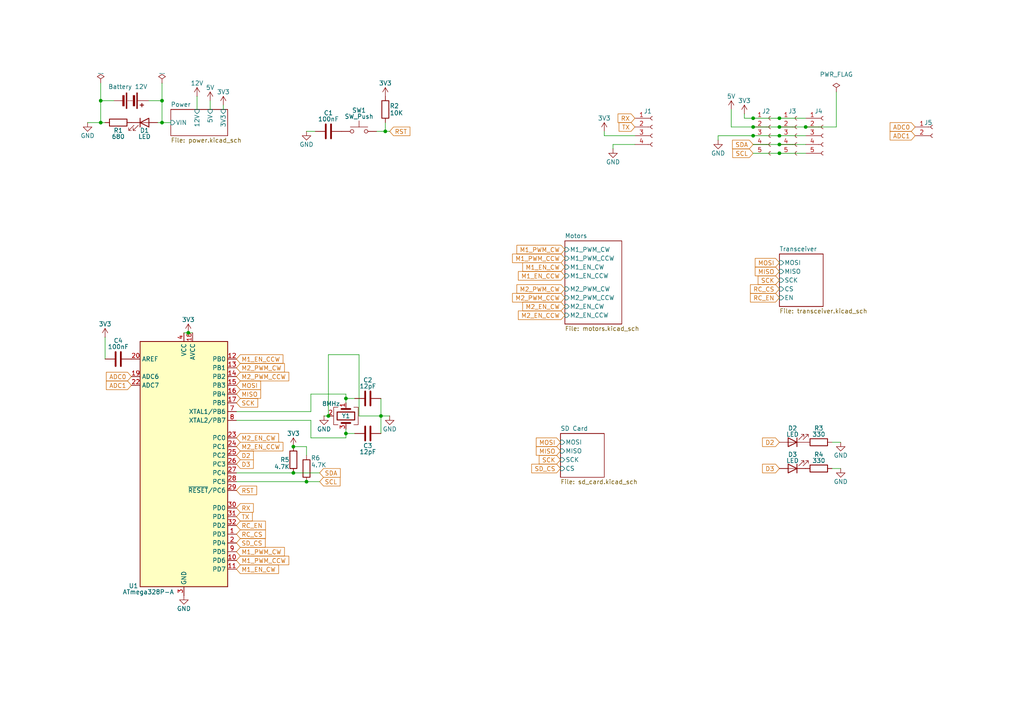
<source format=kicad_sch>
(kicad_sch
	(version 20250114)
	(generator "eeschema")
	(generator_version "9.0")
	(uuid "d4bcaa97-404f-4040-88d9-84162ce8c00c")
	(paper "A4")
	(lib_symbols
		(symbol "Connector:Conn_01x02_Socket"
			(pin_names
				(offset 1.016)
				(hide yes)
			)
			(exclude_from_sim no)
			(in_bom yes)
			(on_board yes)
			(property "Reference" "J"
				(at 0 2.54 0)
				(effects
					(font
						(size 1.27 1.27)
					)
				)
			)
			(property "Value" "Conn_01x02_Socket"
				(at 0 -5.08 0)
				(effects
					(font
						(size 1.27 1.27)
					)
				)
			)
			(property "Footprint" ""
				(at 0 0 0)
				(effects
					(font
						(size 1.27 1.27)
					)
					(hide yes)
				)
			)
			(property "Datasheet" "~"
				(at 0 0 0)
				(effects
					(font
						(size 1.27 1.27)
					)
					(hide yes)
				)
			)
			(property "Description" "Generic connector, single row, 01x02, script generated"
				(at 0 0 0)
				(effects
					(font
						(size 1.27 1.27)
					)
					(hide yes)
				)
			)
			(property "ki_locked" ""
				(at 0 0 0)
				(effects
					(font
						(size 1.27 1.27)
					)
				)
			)
			(property "ki_keywords" "connector"
				(at 0 0 0)
				(effects
					(font
						(size 1.27 1.27)
					)
					(hide yes)
				)
			)
			(property "ki_fp_filters" "Connector*:*_1x??_*"
				(at 0 0 0)
				(effects
					(font
						(size 1.27 1.27)
					)
					(hide yes)
				)
			)
			(symbol "Conn_01x02_Socket_1_1"
				(polyline
					(pts
						(xy -1.27 0) (xy -0.508 0)
					)
					(stroke
						(width 0.1524)
						(type default)
					)
					(fill
						(type none)
					)
				)
				(polyline
					(pts
						(xy -1.27 -2.54) (xy -0.508 -2.54)
					)
					(stroke
						(width 0.1524)
						(type default)
					)
					(fill
						(type none)
					)
				)
				(arc
					(start 0 -0.508)
					(mid -0.5058 0)
					(end 0 0.508)
					(stroke
						(width 0.1524)
						(type default)
					)
					(fill
						(type none)
					)
				)
				(arc
					(start 0 -3.048)
					(mid -0.5058 -2.54)
					(end 0 -2.032)
					(stroke
						(width 0.1524)
						(type default)
					)
					(fill
						(type none)
					)
				)
				(pin passive line
					(at -5.08 0 0)
					(length 3.81)
					(name "Pin_1"
						(effects
							(font
								(size 1.27 1.27)
							)
						)
					)
					(number "1"
						(effects
							(font
								(size 1.27 1.27)
							)
						)
					)
				)
				(pin passive line
					(at -5.08 -2.54 0)
					(length 3.81)
					(name "Pin_2"
						(effects
							(font
								(size 1.27 1.27)
							)
						)
					)
					(number "2"
						(effects
							(font
								(size 1.27 1.27)
							)
						)
					)
				)
			)
			(embedded_fonts no)
		)
		(symbol "Connector:Conn_01x04_Socket"
			(pin_names
				(offset 1.016)
				(hide yes)
			)
			(exclude_from_sim no)
			(in_bom yes)
			(on_board yes)
			(property "Reference" "J"
				(at 0 5.08 0)
				(effects
					(font
						(size 1.27 1.27)
					)
				)
			)
			(property "Value" "Conn_01x04_Socket"
				(at 0 -7.62 0)
				(effects
					(font
						(size 1.27 1.27)
					)
				)
			)
			(property "Footprint" ""
				(at 0 0 0)
				(effects
					(font
						(size 1.27 1.27)
					)
					(hide yes)
				)
			)
			(property "Datasheet" "~"
				(at 0 0 0)
				(effects
					(font
						(size 1.27 1.27)
					)
					(hide yes)
				)
			)
			(property "Description" "Generic connector, single row, 01x04, script generated"
				(at 0 0 0)
				(effects
					(font
						(size 1.27 1.27)
					)
					(hide yes)
				)
			)
			(property "ki_locked" ""
				(at 0 0 0)
				(effects
					(font
						(size 1.27 1.27)
					)
				)
			)
			(property "ki_keywords" "connector"
				(at 0 0 0)
				(effects
					(font
						(size 1.27 1.27)
					)
					(hide yes)
				)
			)
			(property "ki_fp_filters" "Connector*:*_1x??_*"
				(at 0 0 0)
				(effects
					(font
						(size 1.27 1.27)
					)
					(hide yes)
				)
			)
			(symbol "Conn_01x04_Socket_1_1"
				(polyline
					(pts
						(xy -1.27 2.54) (xy -0.508 2.54)
					)
					(stroke
						(width 0.1524)
						(type default)
					)
					(fill
						(type none)
					)
				)
				(polyline
					(pts
						(xy -1.27 0) (xy -0.508 0)
					)
					(stroke
						(width 0.1524)
						(type default)
					)
					(fill
						(type none)
					)
				)
				(polyline
					(pts
						(xy -1.27 -2.54) (xy -0.508 -2.54)
					)
					(stroke
						(width 0.1524)
						(type default)
					)
					(fill
						(type none)
					)
				)
				(polyline
					(pts
						(xy -1.27 -5.08) (xy -0.508 -5.08)
					)
					(stroke
						(width 0.1524)
						(type default)
					)
					(fill
						(type none)
					)
				)
				(arc
					(start 0 2.032)
					(mid -0.5058 2.54)
					(end 0 3.048)
					(stroke
						(width 0.1524)
						(type default)
					)
					(fill
						(type none)
					)
				)
				(arc
					(start 0 -0.508)
					(mid -0.5058 0)
					(end 0 0.508)
					(stroke
						(width 0.1524)
						(type default)
					)
					(fill
						(type none)
					)
				)
				(arc
					(start 0 -3.048)
					(mid -0.5058 -2.54)
					(end 0 -2.032)
					(stroke
						(width 0.1524)
						(type default)
					)
					(fill
						(type none)
					)
				)
				(arc
					(start 0 -5.588)
					(mid -0.5058 -5.08)
					(end 0 -4.572)
					(stroke
						(width 0.1524)
						(type default)
					)
					(fill
						(type none)
					)
				)
				(pin passive line
					(at -5.08 2.54 0)
					(length 3.81)
					(name "Pin_1"
						(effects
							(font
								(size 1.27 1.27)
							)
						)
					)
					(number "1"
						(effects
							(font
								(size 1.27 1.27)
							)
						)
					)
				)
				(pin passive line
					(at -5.08 0 0)
					(length 3.81)
					(name "Pin_2"
						(effects
							(font
								(size 1.27 1.27)
							)
						)
					)
					(number "2"
						(effects
							(font
								(size 1.27 1.27)
							)
						)
					)
				)
				(pin passive line
					(at -5.08 -2.54 0)
					(length 3.81)
					(name "Pin_3"
						(effects
							(font
								(size 1.27 1.27)
							)
						)
					)
					(number "3"
						(effects
							(font
								(size 1.27 1.27)
							)
						)
					)
				)
				(pin passive line
					(at -5.08 -5.08 0)
					(length 3.81)
					(name "Pin_4"
						(effects
							(font
								(size 1.27 1.27)
							)
						)
					)
					(number "4"
						(effects
							(font
								(size 1.27 1.27)
							)
						)
					)
				)
			)
			(embedded_fonts no)
		)
		(symbol "Connector:Conn_01x05_Socket"
			(pin_names
				(offset 1.016)
				(hide yes)
			)
			(exclude_from_sim no)
			(in_bom yes)
			(on_board yes)
			(property "Reference" "J"
				(at 0 7.62 0)
				(effects
					(font
						(size 1.27 1.27)
					)
				)
			)
			(property "Value" "Conn_01x05_Socket"
				(at 0 -7.62 0)
				(effects
					(font
						(size 1.27 1.27)
					)
				)
			)
			(property "Footprint" ""
				(at 0 0 0)
				(effects
					(font
						(size 1.27 1.27)
					)
					(hide yes)
				)
			)
			(property "Datasheet" "~"
				(at 0 0 0)
				(effects
					(font
						(size 1.27 1.27)
					)
					(hide yes)
				)
			)
			(property "Description" "Generic connector, single row, 01x05, script generated"
				(at 0 0 0)
				(effects
					(font
						(size 1.27 1.27)
					)
					(hide yes)
				)
			)
			(property "ki_locked" ""
				(at 0 0 0)
				(effects
					(font
						(size 1.27 1.27)
					)
				)
			)
			(property "ki_keywords" "connector"
				(at 0 0 0)
				(effects
					(font
						(size 1.27 1.27)
					)
					(hide yes)
				)
			)
			(property "ki_fp_filters" "Connector*:*_1x??_*"
				(at 0 0 0)
				(effects
					(font
						(size 1.27 1.27)
					)
					(hide yes)
				)
			)
			(symbol "Conn_01x05_Socket_1_1"
				(polyline
					(pts
						(xy -1.27 5.08) (xy -0.508 5.08)
					)
					(stroke
						(width 0.1524)
						(type default)
					)
					(fill
						(type none)
					)
				)
				(polyline
					(pts
						(xy -1.27 2.54) (xy -0.508 2.54)
					)
					(stroke
						(width 0.1524)
						(type default)
					)
					(fill
						(type none)
					)
				)
				(polyline
					(pts
						(xy -1.27 0) (xy -0.508 0)
					)
					(stroke
						(width 0.1524)
						(type default)
					)
					(fill
						(type none)
					)
				)
				(polyline
					(pts
						(xy -1.27 -2.54) (xy -0.508 -2.54)
					)
					(stroke
						(width 0.1524)
						(type default)
					)
					(fill
						(type none)
					)
				)
				(polyline
					(pts
						(xy -1.27 -5.08) (xy -0.508 -5.08)
					)
					(stroke
						(width 0.1524)
						(type default)
					)
					(fill
						(type none)
					)
				)
				(arc
					(start 0 4.572)
					(mid -0.5058 5.08)
					(end 0 5.588)
					(stroke
						(width 0.1524)
						(type default)
					)
					(fill
						(type none)
					)
				)
				(arc
					(start 0 2.032)
					(mid -0.5058 2.54)
					(end 0 3.048)
					(stroke
						(width 0.1524)
						(type default)
					)
					(fill
						(type none)
					)
				)
				(arc
					(start 0 -0.508)
					(mid -0.5058 0)
					(end 0 0.508)
					(stroke
						(width 0.1524)
						(type default)
					)
					(fill
						(type none)
					)
				)
				(arc
					(start 0 -3.048)
					(mid -0.5058 -2.54)
					(end 0 -2.032)
					(stroke
						(width 0.1524)
						(type default)
					)
					(fill
						(type none)
					)
				)
				(arc
					(start 0 -5.588)
					(mid -0.5058 -5.08)
					(end 0 -4.572)
					(stroke
						(width 0.1524)
						(type default)
					)
					(fill
						(type none)
					)
				)
				(pin passive line
					(at -5.08 5.08 0)
					(length 3.81)
					(name "Pin_1"
						(effects
							(font
								(size 1.27 1.27)
							)
						)
					)
					(number "1"
						(effects
							(font
								(size 1.27 1.27)
							)
						)
					)
				)
				(pin passive line
					(at -5.08 2.54 0)
					(length 3.81)
					(name "Pin_2"
						(effects
							(font
								(size 1.27 1.27)
							)
						)
					)
					(number "2"
						(effects
							(font
								(size 1.27 1.27)
							)
						)
					)
				)
				(pin passive line
					(at -5.08 0 0)
					(length 3.81)
					(name "Pin_3"
						(effects
							(font
								(size 1.27 1.27)
							)
						)
					)
					(number "3"
						(effects
							(font
								(size 1.27 1.27)
							)
						)
					)
				)
				(pin passive line
					(at -5.08 -2.54 0)
					(length 3.81)
					(name "Pin_4"
						(effects
							(font
								(size 1.27 1.27)
							)
						)
					)
					(number "4"
						(effects
							(font
								(size 1.27 1.27)
							)
						)
					)
				)
				(pin passive line
					(at -5.08 -5.08 0)
					(length 3.81)
					(name "Pin_5"
						(effects
							(font
								(size 1.27 1.27)
							)
						)
					)
					(number "5"
						(effects
							(font
								(size 1.27 1.27)
							)
						)
					)
				)
			)
			(embedded_fonts no)
		)
		(symbol "Device:Battery"
			(pin_numbers
				(hide yes)
			)
			(pin_names
				(offset 0)
				(hide yes)
			)
			(exclude_from_sim no)
			(in_bom yes)
			(on_board yes)
			(property "Reference" "BT"
				(at 2.54 2.54 0)
				(effects
					(font
						(size 1.27 1.27)
					)
					(justify left)
				)
			)
			(property "Value" "Battery"
				(at 2.54 0 0)
				(effects
					(font
						(size 1.27 1.27)
					)
					(justify left)
				)
			)
			(property "Footprint" ""
				(at 0 1.524 90)
				(effects
					(font
						(size 1.27 1.27)
					)
					(hide yes)
				)
			)
			(property "Datasheet" "~"
				(at 0 1.524 90)
				(effects
					(font
						(size 1.27 1.27)
					)
					(hide yes)
				)
			)
			(property "Description" "Multiple-cell battery"
				(at 0 0 0)
				(effects
					(font
						(size 1.27 1.27)
					)
					(hide yes)
				)
			)
			(property "Sim.Device" "V"
				(at 0 0 0)
				(effects
					(font
						(size 1.27 1.27)
					)
					(hide yes)
				)
			)
			(property "Sim.Type" "DC"
				(at 0 0 0)
				(effects
					(font
						(size 1.27 1.27)
					)
					(hide yes)
				)
			)
			(property "Sim.Pins" "1=+ 2=-"
				(at 0 0 0)
				(effects
					(font
						(size 1.27 1.27)
					)
					(hide yes)
				)
			)
			(property "ki_keywords" "batt voltage-source cell"
				(at 0 0 0)
				(effects
					(font
						(size 1.27 1.27)
					)
					(hide yes)
				)
			)
			(symbol "Battery_0_1"
				(rectangle
					(start -2.286 1.778)
					(end 2.286 1.524)
					(stroke
						(width 0)
						(type default)
					)
					(fill
						(type outline)
					)
				)
				(rectangle
					(start -2.286 -1.27)
					(end 2.286 -1.524)
					(stroke
						(width 0)
						(type default)
					)
					(fill
						(type outline)
					)
				)
				(rectangle
					(start -1.524 1.016)
					(end 1.524 0.508)
					(stroke
						(width 0)
						(type default)
					)
					(fill
						(type outline)
					)
				)
				(rectangle
					(start -1.524 -2.032)
					(end 1.524 -2.54)
					(stroke
						(width 0)
						(type default)
					)
					(fill
						(type outline)
					)
				)
				(polyline
					(pts
						(xy 0 1.778) (xy 0 2.54)
					)
					(stroke
						(width 0)
						(type default)
					)
					(fill
						(type none)
					)
				)
				(polyline
					(pts
						(xy 0 0) (xy 0 0.254)
					)
					(stroke
						(width 0)
						(type default)
					)
					(fill
						(type none)
					)
				)
				(polyline
					(pts
						(xy 0 -0.508) (xy 0 -0.254)
					)
					(stroke
						(width 0)
						(type default)
					)
					(fill
						(type none)
					)
				)
				(polyline
					(pts
						(xy 0 -1.016) (xy 0 -0.762)
					)
					(stroke
						(width 0)
						(type default)
					)
					(fill
						(type none)
					)
				)
				(polyline
					(pts
						(xy 0.762 3.048) (xy 1.778 3.048)
					)
					(stroke
						(width 0.254)
						(type default)
					)
					(fill
						(type none)
					)
				)
				(polyline
					(pts
						(xy 1.27 3.556) (xy 1.27 2.54)
					)
					(stroke
						(width 0.254)
						(type default)
					)
					(fill
						(type none)
					)
				)
			)
			(symbol "Battery_1_1"
				(pin passive line
					(at 0 5.08 270)
					(length 2.54)
					(name "+"
						(effects
							(font
								(size 1.27 1.27)
							)
						)
					)
					(number "1"
						(effects
							(font
								(size 1.27 1.27)
							)
						)
					)
				)
				(pin passive line
					(at 0 -5.08 90)
					(length 2.54)
					(name "-"
						(effects
							(font
								(size 1.27 1.27)
							)
						)
					)
					(number "2"
						(effects
							(font
								(size 1.27 1.27)
							)
						)
					)
				)
			)
			(embedded_fonts no)
		)
		(symbol "Device:C"
			(pin_numbers
				(hide yes)
			)
			(pin_names
				(offset 0.254)
			)
			(exclude_from_sim no)
			(in_bom yes)
			(on_board yes)
			(property "Reference" "C"
				(at 0.635 2.54 0)
				(effects
					(font
						(size 1.27 1.27)
					)
					(justify left)
				)
			)
			(property "Value" "C"
				(at 0.635 -2.54 0)
				(effects
					(font
						(size 1.27 1.27)
					)
					(justify left)
				)
			)
			(property "Footprint" ""
				(at 0.9652 -3.81 0)
				(effects
					(font
						(size 1.27 1.27)
					)
					(hide yes)
				)
			)
			(property "Datasheet" "~"
				(at 0 0 0)
				(effects
					(font
						(size 1.27 1.27)
					)
					(hide yes)
				)
			)
			(property "Description" "Unpolarized capacitor"
				(at 0 0 0)
				(effects
					(font
						(size 1.27 1.27)
					)
					(hide yes)
				)
			)
			(property "ki_keywords" "cap capacitor"
				(at 0 0 0)
				(effects
					(font
						(size 1.27 1.27)
					)
					(hide yes)
				)
			)
			(property "ki_fp_filters" "C_*"
				(at 0 0 0)
				(effects
					(font
						(size 1.27 1.27)
					)
					(hide yes)
				)
			)
			(symbol "C_0_1"
				(polyline
					(pts
						(xy -2.032 0.762) (xy 2.032 0.762)
					)
					(stroke
						(width 0.508)
						(type default)
					)
					(fill
						(type none)
					)
				)
				(polyline
					(pts
						(xy -2.032 -0.762) (xy 2.032 -0.762)
					)
					(stroke
						(width 0.508)
						(type default)
					)
					(fill
						(type none)
					)
				)
			)
			(symbol "C_1_1"
				(pin passive line
					(at 0 3.81 270)
					(length 2.794)
					(name "~"
						(effects
							(font
								(size 1.27 1.27)
							)
						)
					)
					(number "1"
						(effects
							(font
								(size 1.27 1.27)
							)
						)
					)
				)
				(pin passive line
					(at 0 -3.81 90)
					(length 2.794)
					(name "~"
						(effects
							(font
								(size 1.27 1.27)
							)
						)
					)
					(number "2"
						(effects
							(font
								(size 1.27 1.27)
							)
						)
					)
				)
			)
			(embedded_fonts no)
		)
		(symbol "Device:Crystal_GND24"
			(pin_names
				(offset 1.016)
				(hide yes)
			)
			(exclude_from_sim no)
			(in_bom yes)
			(on_board yes)
			(property "Reference" "Y"
				(at 3.175 5.08 0)
				(effects
					(font
						(size 1.27 1.27)
					)
					(justify left)
				)
			)
			(property "Value" "Crystal_GND24"
				(at 3.175 3.175 0)
				(effects
					(font
						(size 1.27 1.27)
					)
					(justify left)
				)
			)
			(property "Footprint" ""
				(at 0 0 0)
				(effects
					(font
						(size 1.27 1.27)
					)
					(hide yes)
				)
			)
			(property "Datasheet" "~"
				(at 0 0 0)
				(effects
					(font
						(size 1.27 1.27)
					)
					(hide yes)
				)
			)
			(property "Description" "Four pin crystal, GND on pins 2 and 4"
				(at 0 0 0)
				(effects
					(font
						(size 1.27 1.27)
					)
					(hide yes)
				)
			)
			(property private "KLC_S3.3" "The rectangle is not a symbol body but a graphical element"
				(at 0 -12.7 0)
				(show_name)
				(effects
					(font
						(size 1.27 1.27)
					)
					(hide yes)
				)
			)
			(property private "KLC_S4.1" "Some pins are on 50mil grid to make the symbol small"
				(at 0 -15.24 0)
				(show_name)
				(effects
					(font
						(size 1.27 1.27)
					)
					(hide yes)
				)
			)
			(property "ki_keywords" "quartz ceramic resonator oscillator"
				(at 0 0 0)
				(effects
					(font
						(size 1.27 1.27)
					)
					(hide yes)
				)
			)
			(property "ki_fp_filters" "Crystal*"
				(at 0 0 0)
				(effects
					(font
						(size 1.27 1.27)
					)
					(hide yes)
				)
			)
			(symbol "Crystal_GND24_0_1"
				(polyline
					(pts
						(xy -2.54 2.286) (xy -2.54 3.556) (xy 2.54 3.556) (xy 2.54 2.286)
					)
					(stroke
						(width 0)
						(type default)
					)
					(fill
						(type none)
					)
				)
				(polyline
					(pts
						(xy -2.54 0) (xy -2.032 0)
					)
					(stroke
						(width 0)
						(type default)
					)
					(fill
						(type none)
					)
				)
				(polyline
					(pts
						(xy -2.54 -2.286) (xy -2.54 -3.556) (xy 2.54 -3.556) (xy 2.54 -2.286)
					)
					(stroke
						(width 0)
						(type default)
					)
					(fill
						(type none)
					)
				)
				(polyline
					(pts
						(xy -2.032 -1.27) (xy -2.032 1.27)
					)
					(stroke
						(width 0.508)
						(type default)
					)
					(fill
						(type none)
					)
				)
				(rectangle
					(start -1.143 2.54)
					(end 1.143 -2.54)
					(stroke
						(width 0.3048)
						(type default)
					)
					(fill
						(type none)
					)
				)
				(polyline
					(pts
						(xy 0 -3.81) (xy 0 -3.556)
					)
					(stroke
						(width 0)
						(type default)
					)
					(fill
						(type none)
					)
				)
				(polyline
					(pts
						(xy 2.032 0) (xy 2.54 0)
					)
					(stroke
						(width 0)
						(type default)
					)
					(fill
						(type none)
					)
				)
				(polyline
					(pts
						(xy 2.032 -1.27) (xy 2.032 1.27)
					)
					(stroke
						(width 0.508)
						(type default)
					)
					(fill
						(type none)
					)
				)
			)
			(symbol "Crystal_GND24_1_1"
				(pin passive line
					(at -3.81 0 0)
					(length 1.27)
					(name "1"
						(effects
							(font
								(size 1.27 1.27)
							)
						)
					)
					(number "1"
						(effects
							(font
								(size 1.27 1.27)
							)
						)
					)
				)
				(pin passive line
					(at 0 -5.08 90)
					(length 1.27)
					(name "G"
						(effects
							(font
								(size 1.27 1.27)
							)
						)
					)
					(number "2"
						(effects
							(font
								(size 1.27 1.27)
							)
						)
					)
				)
				(pin passive line
					(at 0 -5.08 90)
					(length 1.27)
					(hide yes)
					(name "G"
						(effects
							(font
								(size 1.27 1.27)
							)
						)
					)
					(number "4"
						(effects
							(font
								(size 1.27 1.27)
							)
						)
					)
				)
				(pin passive line
					(at 3.81 0 180)
					(length 1.27)
					(name "3"
						(effects
							(font
								(size 1.27 1.27)
							)
						)
					)
					(number "3"
						(effects
							(font
								(size 1.27 1.27)
							)
						)
					)
				)
			)
			(embedded_fonts no)
		)
		(symbol "Device:LED"
			(pin_numbers
				(hide yes)
			)
			(pin_names
				(offset 1.016)
				(hide yes)
			)
			(exclude_from_sim no)
			(in_bom yes)
			(on_board yes)
			(property "Reference" "D"
				(at 0 2.54 0)
				(effects
					(font
						(size 1.27 1.27)
					)
				)
			)
			(property "Value" "LED"
				(at 0 -2.54 0)
				(effects
					(font
						(size 1.27 1.27)
					)
				)
			)
			(property "Footprint" ""
				(at 0 0 0)
				(effects
					(font
						(size 1.27 1.27)
					)
					(hide yes)
				)
			)
			(property "Datasheet" "~"
				(at 0 0 0)
				(effects
					(font
						(size 1.27 1.27)
					)
					(hide yes)
				)
			)
			(property "Description" "Light emitting diode"
				(at 0 0 0)
				(effects
					(font
						(size 1.27 1.27)
					)
					(hide yes)
				)
			)
			(property "Sim.Pins" "1=K 2=A"
				(at 0 0 0)
				(effects
					(font
						(size 1.27 1.27)
					)
					(hide yes)
				)
			)
			(property "ki_keywords" "LED diode"
				(at 0 0 0)
				(effects
					(font
						(size 1.27 1.27)
					)
					(hide yes)
				)
			)
			(property "ki_fp_filters" "LED* LED_SMD:* LED_THT:*"
				(at 0 0 0)
				(effects
					(font
						(size 1.27 1.27)
					)
					(hide yes)
				)
			)
			(symbol "LED_0_1"
				(polyline
					(pts
						(xy -3.048 -0.762) (xy -4.572 -2.286) (xy -3.81 -2.286) (xy -4.572 -2.286) (xy -4.572 -1.524)
					)
					(stroke
						(width 0)
						(type default)
					)
					(fill
						(type none)
					)
				)
				(polyline
					(pts
						(xy -1.778 -0.762) (xy -3.302 -2.286) (xy -2.54 -2.286) (xy -3.302 -2.286) (xy -3.302 -1.524)
					)
					(stroke
						(width 0)
						(type default)
					)
					(fill
						(type none)
					)
				)
				(polyline
					(pts
						(xy -1.27 0) (xy 1.27 0)
					)
					(stroke
						(width 0)
						(type default)
					)
					(fill
						(type none)
					)
				)
				(polyline
					(pts
						(xy -1.27 -1.27) (xy -1.27 1.27)
					)
					(stroke
						(width 0.254)
						(type default)
					)
					(fill
						(type none)
					)
				)
				(polyline
					(pts
						(xy 1.27 -1.27) (xy 1.27 1.27) (xy -1.27 0) (xy 1.27 -1.27)
					)
					(stroke
						(width 0.254)
						(type default)
					)
					(fill
						(type none)
					)
				)
			)
			(symbol "LED_1_1"
				(pin passive line
					(at -3.81 0 0)
					(length 2.54)
					(name "K"
						(effects
							(font
								(size 1.27 1.27)
							)
						)
					)
					(number "1"
						(effects
							(font
								(size 1.27 1.27)
							)
						)
					)
				)
				(pin passive line
					(at 3.81 0 180)
					(length 2.54)
					(name "A"
						(effects
							(font
								(size 1.27 1.27)
							)
						)
					)
					(number "2"
						(effects
							(font
								(size 1.27 1.27)
							)
						)
					)
				)
			)
			(embedded_fonts no)
		)
		(symbol "Device:R"
			(pin_numbers
				(hide yes)
			)
			(pin_names
				(offset 0)
			)
			(exclude_from_sim no)
			(in_bom yes)
			(on_board yes)
			(property "Reference" "R"
				(at 2.032 0 90)
				(effects
					(font
						(size 1.27 1.27)
					)
				)
			)
			(property "Value" "R"
				(at 0 0 90)
				(effects
					(font
						(size 1.27 1.27)
					)
				)
			)
			(property "Footprint" ""
				(at -1.778 0 90)
				(effects
					(font
						(size 1.27 1.27)
					)
					(hide yes)
				)
			)
			(property "Datasheet" "~"
				(at 0 0 0)
				(effects
					(font
						(size 1.27 1.27)
					)
					(hide yes)
				)
			)
			(property "Description" "Resistor"
				(at 0 0 0)
				(effects
					(font
						(size 1.27 1.27)
					)
					(hide yes)
				)
			)
			(property "ki_keywords" "R res resistor"
				(at 0 0 0)
				(effects
					(font
						(size 1.27 1.27)
					)
					(hide yes)
				)
			)
			(property "ki_fp_filters" "R_*"
				(at 0 0 0)
				(effects
					(font
						(size 1.27 1.27)
					)
					(hide yes)
				)
			)
			(symbol "R_0_1"
				(rectangle
					(start -1.016 -2.54)
					(end 1.016 2.54)
					(stroke
						(width 0.254)
						(type default)
					)
					(fill
						(type none)
					)
				)
			)
			(symbol "R_1_1"
				(pin passive line
					(at 0 3.81 270)
					(length 1.27)
					(name "~"
						(effects
							(font
								(size 1.27 1.27)
							)
						)
					)
					(number "1"
						(effects
							(font
								(size 1.27 1.27)
							)
						)
					)
				)
				(pin passive line
					(at 0 -3.81 90)
					(length 1.27)
					(name "~"
						(effects
							(font
								(size 1.27 1.27)
							)
						)
					)
					(number "2"
						(effects
							(font
								(size 1.27 1.27)
							)
						)
					)
				)
			)
			(embedded_fonts no)
		)
		(symbol "MCU_Microchip_ATmega:ATmega328P-A"
			(exclude_from_sim no)
			(in_bom yes)
			(on_board yes)
			(property "Reference" "U"
				(at -12.7 36.83 0)
				(effects
					(font
						(size 1.27 1.27)
					)
					(justify left bottom)
				)
			)
			(property "Value" "ATmega328P-A"
				(at 2.54 -36.83 0)
				(effects
					(font
						(size 1.27 1.27)
					)
					(justify left top)
				)
			)
			(property "Footprint" "Package_QFP:TQFP-32_7x7mm_P0.8mm"
				(at 0 0 0)
				(effects
					(font
						(size 1.27 1.27)
						(italic yes)
					)
					(hide yes)
				)
			)
			(property "Datasheet" "http://ww1.microchip.com/downloads/en/DeviceDoc/ATmega328_P%20AVR%20MCU%20with%20picoPower%20Technology%20Data%20Sheet%2040001984A.pdf"
				(at 0 0 0)
				(effects
					(font
						(size 1.27 1.27)
					)
					(hide yes)
				)
			)
			(property "Description" "20MHz, 32kB Flash, 2kB SRAM, 1kB EEPROM, TQFP-32"
				(at 0 0 0)
				(effects
					(font
						(size 1.27 1.27)
					)
					(hide yes)
				)
			)
			(property "ki_keywords" "AVR 8bit Microcontroller MegaAVR PicoPower"
				(at 0 0 0)
				(effects
					(font
						(size 1.27 1.27)
					)
					(hide yes)
				)
			)
			(property "ki_fp_filters" "TQFP*7x7mm*P0.8mm*"
				(at 0 0 0)
				(effects
					(font
						(size 1.27 1.27)
					)
					(hide yes)
				)
			)
			(symbol "ATmega328P-A_0_1"
				(rectangle
					(start -12.7 -35.56)
					(end 12.7 35.56)
					(stroke
						(width 0.254)
						(type default)
					)
					(fill
						(type background)
					)
				)
			)
			(symbol "ATmega328P-A_1_1"
				(pin passive line
					(at -15.24 30.48 0)
					(length 2.54)
					(name "AREF"
						(effects
							(font
								(size 1.27 1.27)
							)
						)
					)
					(number "20"
						(effects
							(font
								(size 1.27 1.27)
							)
						)
					)
				)
				(pin input line
					(at -15.24 25.4 0)
					(length 2.54)
					(name "ADC6"
						(effects
							(font
								(size 1.27 1.27)
							)
						)
					)
					(number "19"
						(effects
							(font
								(size 1.27 1.27)
							)
						)
					)
				)
				(pin input line
					(at -15.24 22.86 0)
					(length 2.54)
					(name "ADC7"
						(effects
							(font
								(size 1.27 1.27)
							)
						)
					)
					(number "22"
						(effects
							(font
								(size 1.27 1.27)
							)
						)
					)
				)
				(pin power_in line
					(at 0 38.1 270)
					(length 2.54)
					(name "VCC"
						(effects
							(font
								(size 1.27 1.27)
							)
						)
					)
					(number "4"
						(effects
							(font
								(size 1.27 1.27)
							)
						)
					)
				)
				(pin passive line
					(at 0 38.1 270)
					(length 2.54)
					(hide yes)
					(name "VCC"
						(effects
							(font
								(size 1.27 1.27)
							)
						)
					)
					(number "6"
						(effects
							(font
								(size 1.27 1.27)
							)
						)
					)
				)
				(pin passive line
					(at 0 -38.1 90)
					(length 2.54)
					(hide yes)
					(name "GND"
						(effects
							(font
								(size 1.27 1.27)
							)
						)
					)
					(number "21"
						(effects
							(font
								(size 1.27 1.27)
							)
						)
					)
				)
				(pin power_in line
					(at 0 -38.1 90)
					(length 2.54)
					(name "GND"
						(effects
							(font
								(size 1.27 1.27)
							)
						)
					)
					(number "3"
						(effects
							(font
								(size 1.27 1.27)
							)
						)
					)
				)
				(pin passive line
					(at 0 -38.1 90)
					(length 2.54)
					(hide yes)
					(name "GND"
						(effects
							(font
								(size 1.27 1.27)
							)
						)
					)
					(number "5"
						(effects
							(font
								(size 1.27 1.27)
							)
						)
					)
				)
				(pin power_in line
					(at 2.54 38.1 270)
					(length 2.54)
					(name "AVCC"
						(effects
							(font
								(size 1.27 1.27)
							)
						)
					)
					(number "18"
						(effects
							(font
								(size 1.27 1.27)
							)
						)
					)
				)
				(pin bidirectional line
					(at 15.24 30.48 180)
					(length 2.54)
					(name "PB0"
						(effects
							(font
								(size 1.27 1.27)
							)
						)
					)
					(number "12"
						(effects
							(font
								(size 1.27 1.27)
							)
						)
					)
				)
				(pin bidirectional line
					(at 15.24 27.94 180)
					(length 2.54)
					(name "PB1"
						(effects
							(font
								(size 1.27 1.27)
							)
						)
					)
					(number "13"
						(effects
							(font
								(size 1.27 1.27)
							)
						)
					)
				)
				(pin bidirectional line
					(at 15.24 25.4 180)
					(length 2.54)
					(name "PB2"
						(effects
							(font
								(size 1.27 1.27)
							)
						)
					)
					(number "14"
						(effects
							(font
								(size 1.27 1.27)
							)
						)
					)
				)
				(pin bidirectional line
					(at 15.24 22.86 180)
					(length 2.54)
					(name "PB3"
						(effects
							(font
								(size 1.27 1.27)
							)
						)
					)
					(number "15"
						(effects
							(font
								(size 1.27 1.27)
							)
						)
					)
				)
				(pin bidirectional line
					(at 15.24 20.32 180)
					(length 2.54)
					(name "PB4"
						(effects
							(font
								(size 1.27 1.27)
							)
						)
					)
					(number "16"
						(effects
							(font
								(size 1.27 1.27)
							)
						)
					)
				)
				(pin bidirectional line
					(at 15.24 17.78 180)
					(length 2.54)
					(name "PB5"
						(effects
							(font
								(size 1.27 1.27)
							)
						)
					)
					(number "17"
						(effects
							(font
								(size 1.27 1.27)
							)
						)
					)
				)
				(pin bidirectional line
					(at 15.24 15.24 180)
					(length 2.54)
					(name "XTAL1/PB6"
						(effects
							(font
								(size 1.27 1.27)
							)
						)
					)
					(number "7"
						(effects
							(font
								(size 1.27 1.27)
							)
						)
					)
				)
				(pin bidirectional line
					(at 15.24 12.7 180)
					(length 2.54)
					(name "XTAL2/PB7"
						(effects
							(font
								(size 1.27 1.27)
							)
						)
					)
					(number "8"
						(effects
							(font
								(size 1.27 1.27)
							)
						)
					)
				)
				(pin bidirectional line
					(at 15.24 7.62 180)
					(length 2.54)
					(name "PC0"
						(effects
							(font
								(size 1.27 1.27)
							)
						)
					)
					(number "23"
						(effects
							(font
								(size 1.27 1.27)
							)
						)
					)
				)
				(pin bidirectional line
					(at 15.24 5.08 180)
					(length 2.54)
					(name "PC1"
						(effects
							(font
								(size 1.27 1.27)
							)
						)
					)
					(number "24"
						(effects
							(font
								(size 1.27 1.27)
							)
						)
					)
				)
				(pin bidirectional line
					(at 15.24 2.54 180)
					(length 2.54)
					(name "PC2"
						(effects
							(font
								(size 1.27 1.27)
							)
						)
					)
					(number "25"
						(effects
							(font
								(size 1.27 1.27)
							)
						)
					)
				)
				(pin bidirectional line
					(at 15.24 0 180)
					(length 2.54)
					(name "PC3"
						(effects
							(font
								(size 1.27 1.27)
							)
						)
					)
					(number "26"
						(effects
							(font
								(size 1.27 1.27)
							)
						)
					)
				)
				(pin bidirectional line
					(at 15.24 -2.54 180)
					(length 2.54)
					(name "PC4"
						(effects
							(font
								(size 1.27 1.27)
							)
						)
					)
					(number "27"
						(effects
							(font
								(size 1.27 1.27)
							)
						)
					)
				)
				(pin bidirectional line
					(at 15.24 -5.08 180)
					(length 2.54)
					(name "PC5"
						(effects
							(font
								(size 1.27 1.27)
							)
						)
					)
					(number "28"
						(effects
							(font
								(size 1.27 1.27)
							)
						)
					)
				)
				(pin bidirectional line
					(at 15.24 -7.62 180)
					(length 2.54)
					(name "~{RESET}/PC6"
						(effects
							(font
								(size 1.27 1.27)
							)
						)
					)
					(number "29"
						(effects
							(font
								(size 1.27 1.27)
							)
						)
					)
				)
				(pin bidirectional line
					(at 15.24 -12.7 180)
					(length 2.54)
					(name "PD0"
						(effects
							(font
								(size 1.27 1.27)
							)
						)
					)
					(number "30"
						(effects
							(font
								(size 1.27 1.27)
							)
						)
					)
				)
				(pin bidirectional line
					(at 15.24 -15.24 180)
					(length 2.54)
					(name "PD1"
						(effects
							(font
								(size 1.27 1.27)
							)
						)
					)
					(number "31"
						(effects
							(font
								(size 1.27 1.27)
							)
						)
					)
				)
				(pin bidirectional line
					(at 15.24 -17.78 180)
					(length 2.54)
					(name "PD2"
						(effects
							(font
								(size 1.27 1.27)
							)
						)
					)
					(number "32"
						(effects
							(font
								(size 1.27 1.27)
							)
						)
					)
				)
				(pin bidirectional line
					(at 15.24 -20.32 180)
					(length 2.54)
					(name "PD3"
						(effects
							(font
								(size 1.27 1.27)
							)
						)
					)
					(number "1"
						(effects
							(font
								(size 1.27 1.27)
							)
						)
					)
				)
				(pin bidirectional line
					(at 15.24 -22.86 180)
					(length 2.54)
					(name "PD4"
						(effects
							(font
								(size 1.27 1.27)
							)
						)
					)
					(number "2"
						(effects
							(font
								(size 1.27 1.27)
							)
						)
					)
				)
				(pin bidirectional line
					(at 15.24 -25.4 180)
					(length 2.54)
					(name "PD5"
						(effects
							(font
								(size 1.27 1.27)
							)
						)
					)
					(number "9"
						(effects
							(font
								(size 1.27 1.27)
							)
						)
					)
				)
				(pin bidirectional line
					(at 15.24 -27.94 180)
					(length 2.54)
					(name "PD6"
						(effects
							(font
								(size 1.27 1.27)
							)
						)
					)
					(number "10"
						(effects
							(font
								(size 1.27 1.27)
							)
						)
					)
				)
				(pin bidirectional line
					(at 15.24 -30.48 180)
					(length 2.54)
					(name "PD7"
						(effects
							(font
								(size 1.27 1.27)
							)
						)
					)
					(number "11"
						(effects
							(font
								(size 1.27 1.27)
							)
						)
					)
				)
			)
			(embedded_fonts no)
		)
		(symbol "Switch:SW_Push"
			(pin_numbers
				(hide yes)
			)
			(pin_names
				(offset 1.016)
				(hide yes)
			)
			(exclude_from_sim no)
			(in_bom yes)
			(on_board yes)
			(property "Reference" "SW"
				(at 1.27 2.54 0)
				(effects
					(font
						(size 1.27 1.27)
					)
					(justify left)
				)
			)
			(property "Value" "SW_Push"
				(at 0 -1.524 0)
				(effects
					(font
						(size 1.27 1.27)
					)
				)
			)
			(property "Footprint" ""
				(at 0 5.08 0)
				(effects
					(font
						(size 1.27 1.27)
					)
					(hide yes)
				)
			)
			(property "Datasheet" "~"
				(at 0 5.08 0)
				(effects
					(font
						(size 1.27 1.27)
					)
					(hide yes)
				)
			)
			(property "Description" "Push button switch, generic, two pins"
				(at 0 0 0)
				(effects
					(font
						(size 1.27 1.27)
					)
					(hide yes)
				)
			)
			(property "ki_keywords" "switch normally-open pushbutton push-button"
				(at 0 0 0)
				(effects
					(font
						(size 1.27 1.27)
					)
					(hide yes)
				)
			)
			(symbol "SW_Push_0_1"
				(circle
					(center -2.032 0)
					(radius 0.508)
					(stroke
						(width 0)
						(type default)
					)
					(fill
						(type none)
					)
				)
				(polyline
					(pts
						(xy 0 1.27) (xy 0 3.048)
					)
					(stroke
						(width 0)
						(type default)
					)
					(fill
						(type none)
					)
				)
				(circle
					(center 2.032 0)
					(radius 0.508)
					(stroke
						(width 0)
						(type default)
					)
					(fill
						(type none)
					)
				)
				(polyline
					(pts
						(xy 2.54 1.27) (xy -2.54 1.27)
					)
					(stroke
						(width 0)
						(type default)
					)
					(fill
						(type none)
					)
				)
				(pin passive line
					(at -5.08 0 0)
					(length 2.54)
					(name "1"
						(effects
							(font
								(size 1.27 1.27)
							)
						)
					)
					(number "1"
						(effects
							(font
								(size 1.27 1.27)
							)
						)
					)
				)
				(pin passive line
					(at 5.08 0 180)
					(length 2.54)
					(name "2"
						(effects
							(font
								(size 1.27 1.27)
							)
						)
					)
					(number "2"
						(effects
							(font
								(size 1.27 1.27)
							)
						)
					)
				)
			)
			(embedded_fonts no)
		)
		(symbol "power:GND"
			(power)
			(pin_numbers
				(hide yes)
			)
			(pin_names
				(offset 0)
				(hide yes)
			)
			(exclude_from_sim no)
			(in_bom yes)
			(on_board yes)
			(property "Reference" "#PWR"
				(at 0 -6.35 0)
				(effects
					(font
						(size 1.27 1.27)
					)
					(hide yes)
				)
			)
			(property "Value" "GND"
				(at 0 -3.81 0)
				(effects
					(font
						(size 1.27 1.27)
					)
				)
			)
			(property "Footprint" ""
				(at 0 0 0)
				(effects
					(font
						(size 1.27 1.27)
					)
					(hide yes)
				)
			)
			(property "Datasheet" ""
				(at 0 0 0)
				(effects
					(font
						(size 1.27 1.27)
					)
					(hide yes)
				)
			)
			(property "Description" "Power symbol creates a global label with name \"GND\" , ground"
				(at 0 0 0)
				(effects
					(font
						(size 1.27 1.27)
					)
					(hide yes)
				)
			)
			(property "ki_keywords" "global power"
				(at 0 0 0)
				(effects
					(font
						(size 1.27 1.27)
					)
					(hide yes)
				)
			)
			(symbol "GND_0_1"
				(polyline
					(pts
						(xy 0 0) (xy 0 -1.27) (xy 1.27 -1.27) (xy 0 -2.54) (xy -1.27 -1.27) (xy 0 -1.27)
					)
					(stroke
						(width 0)
						(type default)
					)
					(fill
						(type none)
					)
				)
			)
			(symbol "GND_1_1"
				(pin power_in line
					(at 0 0 270)
					(length 0)
					(name "~"
						(effects
							(font
								(size 1.27 1.27)
							)
						)
					)
					(number "1"
						(effects
							(font
								(size 1.27 1.27)
							)
						)
					)
				)
			)
			(embedded_fonts no)
		)
		(symbol "power:PWR_FLAG"
			(power)
			(pin_numbers
				(hide yes)
			)
			(pin_names
				(offset 0)
				(hide yes)
			)
			(exclude_from_sim no)
			(in_bom yes)
			(on_board yes)
			(property "Reference" "#FLG"
				(at 0 1.905 0)
				(effects
					(font
						(size 1.27 1.27)
					)
					(hide yes)
				)
			)
			(property "Value" "PWR_FLAG"
				(at 0 3.81 0)
				(effects
					(font
						(size 1.27 1.27)
					)
				)
			)
			(property "Footprint" ""
				(at 0 0 0)
				(effects
					(font
						(size 1.27 1.27)
					)
					(hide yes)
				)
			)
			(property "Datasheet" "~"
				(at 0 0 0)
				(effects
					(font
						(size 1.27 1.27)
					)
					(hide yes)
				)
			)
			(property "Description" "Special symbol for telling ERC where power comes from"
				(at 0 0 0)
				(effects
					(font
						(size 1.27 1.27)
					)
					(hide yes)
				)
			)
			(property "ki_keywords" "flag power"
				(at 0 0 0)
				(effects
					(font
						(size 1.27 1.27)
					)
					(hide yes)
				)
			)
			(symbol "PWR_FLAG_0_0"
				(pin power_out line
					(at 0 0 90)
					(length 0)
					(name "~"
						(effects
							(font
								(size 1.27 1.27)
							)
						)
					)
					(number "1"
						(effects
							(font
								(size 1.27 1.27)
							)
						)
					)
				)
			)
			(symbol "PWR_FLAG_0_1"
				(polyline
					(pts
						(xy 0 0) (xy 0 1.27) (xy -1.016 1.905) (xy 0 2.54) (xy 1.016 1.905) (xy 0 1.27)
					)
					(stroke
						(width 0)
						(type default)
					)
					(fill
						(type none)
					)
				)
			)
			(embedded_fonts no)
		)
		(symbol "power:VCC"
			(power)
			(pin_numbers
				(hide yes)
			)
			(pin_names
				(offset 0)
				(hide yes)
			)
			(exclude_from_sim no)
			(in_bom yes)
			(on_board yes)
			(property "Reference" "#PWR"
				(at 0 -3.81 0)
				(effects
					(font
						(size 1.27 1.27)
					)
					(hide yes)
				)
			)
			(property "Value" "VCC"
				(at 0 3.556 0)
				(effects
					(font
						(size 1.27 1.27)
					)
				)
			)
			(property "Footprint" ""
				(at 0 0 0)
				(effects
					(font
						(size 1.27 1.27)
					)
					(hide yes)
				)
			)
			(property "Datasheet" ""
				(at 0 0 0)
				(effects
					(font
						(size 1.27 1.27)
					)
					(hide yes)
				)
			)
			(property "Description" "Power symbol creates a global label with name \"VCC\""
				(at 0 0 0)
				(effects
					(font
						(size 1.27 1.27)
					)
					(hide yes)
				)
			)
			(property "ki_keywords" "global power"
				(at 0 0 0)
				(effects
					(font
						(size 1.27 1.27)
					)
					(hide yes)
				)
			)
			(symbol "VCC_0_1"
				(polyline
					(pts
						(xy -0.762 1.27) (xy 0 2.54)
					)
					(stroke
						(width 0)
						(type default)
					)
					(fill
						(type none)
					)
				)
				(polyline
					(pts
						(xy 0 2.54) (xy 0.762 1.27)
					)
					(stroke
						(width 0)
						(type default)
					)
					(fill
						(type none)
					)
				)
				(polyline
					(pts
						(xy 0 0) (xy 0 2.54)
					)
					(stroke
						(width 0)
						(type default)
					)
					(fill
						(type none)
					)
				)
			)
			(symbol "VCC_1_1"
				(pin power_in line
					(at 0 0 90)
					(length 0)
					(name "~"
						(effects
							(font
								(size 1.27 1.27)
							)
						)
					)
					(number "1"
						(effects
							(font
								(size 1.27 1.27)
							)
						)
					)
				)
			)
			(embedded_fonts no)
		)
	)
	(junction
		(at 46.99 35.56)
		(diameter 0)
		(color 0 0 0 0)
		(uuid "00ad4bee-d823-430f-aa6e-d0013fe71f5e")
	)
	(junction
		(at 100.33 125.73)
		(diameter 0)
		(color 0 0 0 0)
		(uuid "0cfe6dbf-75b6-4f5a-be1e-03fec9a927da")
	)
	(junction
		(at 226.06 41.91)
		(diameter 0)
		(color 0 0 0 0)
		(uuid "1acedd88-cb0a-4b5e-849c-5a8448809d84")
	)
	(junction
		(at 226.06 44.45)
		(diameter 0)
		(color 0 0 0 0)
		(uuid "23c8fbca-3c6c-4018-9e4d-b8419aad67fb")
	)
	(junction
		(at 95.25 120.65)
		(diameter 0)
		(color 0 0 0 0)
		(uuid "24ebb42b-393a-49b7-922d-6a28c562ddb0")
	)
	(junction
		(at 218.44 36.83)
		(diameter 0)
		(color 0 0 0 0)
		(uuid "26b992ff-0cc8-4be9-97f9-9ff0c3ca02ad")
	)
	(junction
		(at 85.09 137.16)
		(diameter 0)
		(color 0 0 0 0)
		(uuid "2d536e7c-fce9-45cf-841b-2918c660477f")
	)
	(junction
		(at 46.99 29.21)
		(diameter 0)
		(color 0 0 0 0)
		(uuid "3230dde5-11ae-4160-8229-1004292485c5")
	)
	(junction
		(at 218.44 34.29)
		(diameter 0)
		(color 0 0 0 0)
		(uuid "36130dde-d467-4175-9bc2-f262bedd1f2a")
	)
	(junction
		(at 29.21 35.56)
		(diameter 0)
		(color 0 0 0 0)
		(uuid "490f711a-af54-4f65-8f89-d05af1bb4be9")
	)
	(junction
		(at 88.9 139.7)
		(diameter 0)
		(color 0 0 0 0)
		(uuid "565f79a9-987e-4aa5-bd51-bd211d1a4913")
	)
	(junction
		(at 226.06 34.29)
		(diameter 0)
		(color 0 0 0 0)
		(uuid "853ded69-e88d-481b-a601-17b1adc0517e")
	)
	(junction
		(at 111.76 38.1)
		(diameter 0)
		(color 0 0 0 0)
		(uuid "92563c7e-6982-418c-8a6f-ae69064b72dd")
	)
	(junction
		(at 85.09 129.54)
		(diameter 0)
		(color 0 0 0 0)
		(uuid "97cdea97-0efd-4371-b23b-e663800fa189")
	)
	(junction
		(at 29.21 29.21)
		(diameter 0)
		(color 0 0 0 0)
		(uuid "9d991e58-3a38-499f-8633-dd4e7dd33cc2")
	)
	(junction
		(at 226.06 36.83)
		(diameter 0)
		(color 0 0 0 0)
		(uuid "aaa9b613-0ea0-4804-b227-5d46053eabd2")
	)
	(junction
		(at 110.49 120.65)
		(diameter 0)
		(color 0 0 0 0)
		(uuid "ad387616-b945-46a3-9c6e-62c8bcff0faf")
	)
	(junction
		(at 218.44 39.37)
		(diameter 0)
		(color 0 0 0 0)
		(uuid "c3e75249-5191-41f2-92cc-ff9e6f9c9a3b")
	)
	(junction
		(at 233.68 36.83)
		(diameter 0)
		(color 0 0 0 0)
		(uuid "c848916a-e628-41fe-a520-3aa575de3bc0")
	)
	(junction
		(at 226.06 39.37)
		(diameter 0)
		(color 0 0 0 0)
		(uuid "cbd16db8-a51b-421f-b6c3-613f803eb77f")
	)
	(junction
		(at 100.33 115.57)
		(diameter 0)
		(color 0 0 0 0)
		(uuid "daf5dbc5-4b63-439f-8efa-fdf7fce1ae63")
	)
	(junction
		(at 54.61 96.52)
		(diameter 0)
		(color 0 0 0 0)
		(uuid "db3c1512-dfb2-4c11-a425-c6bea8c5072e")
	)
	(wire
		(pts
			(xy 100.33 125.73) (xy 100.33 124.46)
		)
		(stroke
			(width 0)
			(type default)
		)
		(uuid "015a6ec2-19ff-4fff-8459-d1d9847794d1")
	)
	(wire
		(pts
			(xy 46.99 29.21) (xy 46.99 35.56)
		)
		(stroke
			(width 0)
			(type default)
		)
		(uuid "017e6d68-a7c2-44af-a498-a99961b3a6c3")
	)
	(wire
		(pts
			(xy 218.44 41.91) (xy 226.06 41.91)
		)
		(stroke
			(width 0)
			(type default)
		)
		(uuid "01ca122b-60b4-41a9-903e-da643a53cf86")
	)
	(wire
		(pts
			(xy 90.17 121.92) (xy 90.17 127)
		)
		(stroke
			(width 0)
			(type default)
		)
		(uuid "04717c73-0dbc-4709-9481-5237084365a5")
	)
	(wire
		(pts
			(xy 175.26 39.37) (xy 184.15 39.37)
		)
		(stroke
			(width 0)
			(type default)
		)
		(uuid "0934b47a-ae2a-4bd4-bc70-92d073133448")
	)
	(wire
		(pts
			(xy 88.9 139.7) (xy 68.58 139.7)
		)
		(stroke
			(width 0)
			(type default)
		)
		(uuid "098fe32c-e7ab-445f-a0fc-44516751868a")
	)
	(wire
		(pts
			(xy 226.06 44.45) (xy 233.68 44.45)
		)
		(stroke
			(width 0)
			(type default)
		)
		(uuid "0dc92dea-2057-4156-a028-bfd335d02788")
	)
	(wire
		(pts
			(xy 100.33 114.3) (xy 100.33 115.57)
		)
		(stroke
			(width 0)
			(type default)
		)
		(uuid "0e4e1fc4-d758-46f5-abe0-d25bb24f1e0c")
	)
	(wire
		(pts
			(xy 218.44 36.83) (xy 226.06 36.83)
		)
		(stroke
			(width 0)
			(type default)
		)
		(uuid "0fe699af-d915-4493-aa8a-6fb5f8959fb1")
	)
	(wire
		(pts
			(xy 29.21 35.56) (xy 30.48 35.56)
		)
		(stroke
			(width 0)
			(type default)
		)
		(uuid "12a63ab7-fde0-431d-8ff9-690f6e8ef922")
	)
	(wire
		(pts
			(xy 110.49 120.65) (xy 110.49 125.73)
		)
		(stroke
			(width 0)
			(type default)
		)
		(uuid "137e3e98-be4f-4109-9ce8-10474ee7b4de")
	)
	(wire
		(pts
			(xy 54.61 96.52) (xy 55.88 96.52)
		)
		(stroke
			(width 0)
			(type default)
		)
		(uuid "14324f0c-b90c-4954-b37a-57a016ea38da")
	)
	(wire
		(pts
			(xy 46.99 24.13) (xy 46.99 29.21)
		)
		(stroke
			(width 0)
			(type default)
		)
		(uuid "1d0b44cf-adad-40e5-9ee3-ab86728618d4")
	)
	(wire
		(pts
			(xy 215.9 33.02) (xy 215.9 34.29)
		)
		(stroke
			(width 0)
			(type default)
		)
		(uuid "1d4847c4-809a-4a3f-b5f5-e7f33b04a814")
	)
	(wire
		(pts
			(xy 43.18 29.21) (xy 46.99 29.21)
		)
		(stroke
			(width 0)
			(type default)
		)
		(uuid "1f920fc7-6299-4767-9df0-81fc77027634")
	)
	(wire
		(pts
			(xy 25.4 35.56) (xy 29.21 35.56)
		)
		(stroke
			(width 0)
			(type default)
		)
		(uuid "26f6c732-9a8e-4780-976b-ecf066bfea02")
	)
	(wire
		(pts
			(xy 57.15 27.94) (xy 57.15 31.75)
		)
		(stroke
			(width 0)
			(type default)
		)
		(uuid "27632a83-6da2-4a2e-9adf-6d5a8899fa04")
	)
	(wire
		(pts
			(xy 30.48 97.79) (xy 30.48 104.14)
		)
		(stroke
			(width 0)
			(type default)
		)
		(uuid "28e424cd-663d-4e66-bfc2-c717fb0939d2")
	)
	(wire
		(pts
			(xy 241.3 135.89) (xy 243.84 135.89)
		)
		(stroke
			(width 0)
			(type default)
		)
		(uuid "2a41d410-4669-4f83-b19a-e7a142ed4573")
	)
	(wire
		(pts
			(xy 226.06 36.83) (xy 233.68 36.83)
		)
		(stroke
			(width 0)
			(type default)
		)
		(uuid "2ab0fb00-a6a8-4968-b80b-45fb678ef32c")
	)
	(wire
		(pts
			(xy 241.3 128.27) (xy 243.84 128.27)
		)
		(stroke
			(width 0)
			(type default)
		)
		(uuid "2eb14bd0-9048-41f4-a516-3518883aff2e")
	)
	(wire
		(pts
			(xy 92.71 137.16) (xy 85.09 137.16)
		)
		(stroke
			(width 0)
			(type default)
		)
		(uuid "3032f303-71dc-48f9-92c1-d30d939a8441")
	)
	(wire
		(pts
			(xy 92.71 139.7) (xy 88.9 139.7)
		)
		(stroke
			(width 0)
			(type default)
		)
		(uuid "41d01233-2e4c-4ea6-8e42-bf1caea7b939")
	)
	(wire
		(pts
			(xy 208.28 40.64) (xy 208.28 39.37)
		)
		(stroke
			(width 0)
			(type default)
		)
		(uuid "443d1489-bf24-437a-bb23-5812a4c92f5e")
	)
	(wire
		(pts
			(xy 46.99 35.56) (xy 49.53 35.56)
		)
		(stroke
			(width 0)
			(type default)
		)
		(uuid "46fd2e6b-c8ab-42de-a052-926cd9e02264")
	)
	(wire
		(pts
			(xy 212.09 36.83) (xy 218.44 36.83)
		)
		(stroke
			(width 0)
			(type default)
		)
		(uuid "4a74065d-d3fc-466a-ba6d-3eeea6eac15b")
	)
	(wire
		(pts
			(xy 85.09 137.16) (xy 68.58 137.16)
		)
		(stroke
			(width 0)
			(type default)
		)
		(uuid "50f4c120-6d64-46dc-b75c-c520c656de1a")
	)
	(wire
		(pts
			(xy 111.76 35.56) (xy 111.76 38.1)
		)
		(stroke
			(width 0)
			(type default)
		)
		(uuid "520866cc-732a-465c-8b9b-6014bd5da505")
	)
	(wire
		(pts
			(xy 88.9 132.08) (xy 88.9 129.54)
		)
		(stroke
			(width 0)
			(type default)
		)
		(uuid "549e4247-7a60-459d-ae67-0e5ba58ca783")
	)
	(wire
		(pts
			(xy 226.06 41.91) (xy 233.68 41.91)
		)
		(stroke
			(width 0)
			(type default)
		)
		(uuid "560cb998-cf9e-4758-98a8-2e805a54d051")
	)
	(wire
		(pts
			(xy 218.44 39.37) (xy 226.06 39.37)
		)
		(stroke
			(width 0)
			(type default)
		)
		(uuid "5632683c-9478-4bf5-9638-2d7e488b5bce")
	)
	(wire
		(pts
			(xy 175.26 38.1) (xy 175.26 39.37)
		)
		(stroke
			(width 0)
			(type default)
		)
		(uuid "59325f70-6f72-4230-acae-b2896776c28d")
	)
	(wire
		(pts
			(xy 93.98 120.65) (xy 95.25 120.65)
		)
		(stroke
			(width 0)
			(type default)
		)
		(uuid "62711571-67a6-4224-89ab-92d4be486432")
	)
	(wire
		(pts
			(xy 64.77 30.48) (xy 64.77 31.75)
		)
		(stroke
			(width 0)
			(type default)
		)
		(uuid "675863e2-38a5-4625-91b9-de0caa3924df")
	)
	(wire
		(pts
			(xy 110.49 115.57) (xy 110.49 120.65)
		)
		(stroke
			(width 0)
			(type default)
		)
		(uuid "6cd51259-ce0b-4ac5-8d47-93a98a7a81cf")
	)
	(wire
		(pts
			(xy 233.68 36.83) (xy 242.57 36.83)
		)
		(stroke
			(width 0)
			(type default)
		)
		(uuid "6da6e670-e4b1-466d-9687-625b04d30b8e")
	)
	(wire
		(pts
			(xy 212.09 31.75) (xy 212.09 36.83)
		)
		(stroke
			(width 0)
			(type default)
		)
		(uuid "6df678cd-bb1a-46f0-ad85-438d2d78a4ab")
	)
	(wire
		(pts
			(xy 45.72 35.56) (xy 46.99 35.56)
		)
		(stroke
			(width 0)
			(type default)
		)
		(uuid "701bba16-17be-4d9b-bf2f-6e88a48b443c")
	)
	(wire
		(pts
			(xy 218.44 34.29) (xy 226.06 34.29)
		)
		(stroke
			(width 0)
			(type default)
		)
		(uuid "70ef4ccc-d87d-407e-975c-d44f121edf2b")
	)
	(wire
		(pts
			(xy 102.87 115.57) (xy 100.33 115.57)
		)
		(stroke
			(width 0)
			(type default)
		)
		(uuid "712bfe45-6ec9-4251-b956-2e99364934ec")
	)
	(wire
		(pts
			(xy 104.14 120.65) (xy 110.49 120.65)
		)
		(stroke
			(width 0)
			(type default)
		)
		(uuid "740ff47c-daea-46f7-8ee0-8db2656e09a7")
	)
	(wire
		(pts
			(xy 208.28 39.37) (xy 218.44 39.37)
		)
		(stroke
			(width 0)
			(type default)
		)
		(uuid "7838414e-2db4-4528-8fc0-9316a092aff8")
	)
	(wire
		(pts
			(xy 111.76 38.1) (xy 113.03 38.1)
		)
		(stroke
			(width 0)
			(type default)
		)
		(uuid "787db4fd-30e2-414b-acab-d9aadb3185f2")
	)
	(wire
		(pts
			(xy 218.44 44.45) (xy 226.06 44.45)
		)
		(stroke
			(width 0)
			(type default)
		)
		(uuid "7993731f-e4ee-48c5-83a3-6d7510ce2a30")
	)
	(wire
		(pts
			(xy 68.58 121.92) (xy 90.17 121.92)
		)
		(stroke
			(width 0)
			(type default)
		)
		(uuid "7dce38b2-6985-4b43-8f23-dc6f9749837c")
	)
	(wire
		(pts
			(xy 90.17 114.3) (xy 100.33 114.3)
		)
		(stroke
			(width 0)
			(type default)
		)
		(uuid "7fd5b66d-b516-4ab3-9c74-744d4e288cad")
	)
	(wire
		(pts
			(xy 88.9 38.1) (xy 91.44 38.1)
		)
		(stroke
			(width 0)
			(type default)
		)
		(uuid "8045db9e-553c-4d9c-be63-a336e2c4cc5c")
	)
	(wire
		(pts
			(xy 177.8 41.91) (xy 177.8 43.18)
		)
		(stroke
			(width 0)
			(type default)
		)
		(uuid "80c32d55-867f-4493-84cc-dcc67c84972f")
	)
	(wire
		(pts
			(xy 90.17 119.38) (xy 90.17 114.3)
		)
		(stroke
			(width 0)
			(type default)
		)
		(uuid "896dfd15-ef89-490e-a572-af376e3fe24d")
	)
	(wire
		(pts
			(xy 109.22 38.1) (xy 111.76 38.1)
		)
		(stroke
			(width 0)
			(type default)
		)
		(uuid "8d9b5f4f-24d7-4b68-aedf-57db29f6739f")
	)
	(wire
		(pts
			(xy 90.17 127) (xy 100.33 127)
		)
		(stroke
			(width 0)
			(type default)
		)
		(uuid "93a32ff0-0466-450f-8ac1-e984feca2fe5")
	)
	(wire
		(pts
			(xy 110.49 120.65) (xy 113.03 120.65)
		)
		(stroke
			(width 0)
			(type default)
		)
		(uuid "998f1e30-f670-4adc-897d-6304758dc81c")
	)
	(wire
		(pts
			(xy 29.21 29.21) (xy 29.21 35.56)
		)
		(stroke
			(width 0)
			(type default)
		)
		(uuid "9d55be06-28f7-45ac-98c5-5a7ac1f2c059")
	)
	(wire
		(pts
			(xy 60.96 29.21) (xy 60.96 31.75)
		)
		(stroke
			(width 0)
			(type default)
		)
		(uuid "9e0b07a4-3159-450a-b335-e1608143afdd")
	)
	(wire
		(pts
			(xy 29.21 29.21) (xy 33.02 29.21)
		)
		(stroke
			(width 0)
			(type default)
		)
		(uuid "a7570db9-5116-4209-91a6-76beb71cac1a")
	)
	(wire
		(pts
			(xy 88.9 129.54) (xy 85.09 129.54)
		)
		(stroke
			(width 0)
			(type default)
		)
		(uuid "a83e7eb1-6183-47e1-845c-d06e0b1a44a8")
	)
	(wire
		(pts
			(xy 184.15 41.91) (xy 177.8 41.91)
		)
		(stroke
			(width 0)
			(type default)
		)
		(uuid "b38bb234-87ec-42a5-93e0-b720c759f84c")
	)
	(wire
		(pts
			(xy 102.87 125.73) (xy 100.33 125.73)
		)
		(stroke
			(width 0)
			(type default)
		)
		(uuid "b90fd2e1-1e81-4cc0-8d53-46f2d7481419")
	)
	(wire
		(pts
			(xy 226.06 39.37) (xy 233.68 39.37)
		)
		(stroke
			(width 0)
			(type default)
		)
		(uuid "b9b4daca-dacb-431d-9b0a-ed9bcb679053")
	)
	(wire
		(pts
			(xy 68.58 119.38) (xy 90.17 119.38)
		)
		(stroke
			(width 0)
			(type default)
		)
		(uuid "bb286fd6-9d53-4eb9-ba73-944f9541ab9f")
	)
	(wire
		(pts
			(xy 29.21 24.13) (xy 29.21 29.21)
		)
		(stroke
			(width 0)
			(type default)
		)
		(uuid "bdf6c61c-edc8-4cb1-a9c9-a524605de99c")
	)
	(wire
		(pts
			(xy 100.33 115.57) (xy 100.33 116.84)
		)
		(stroke
			(width 0)
			(type default)
		)
		(uuid "d41ade61-8808-4205-9e8d-ac88c01c0100")
	)
	(wire
		(pts
			(xy 104.14 102.87) (xy 95.25 102.87)
		)
		(stroke
			(width 0)
			(type default)
		)
		(uuid "dea8ebe4-c3a7-4806-b2ab-a3ec304a85cf")
	)
	(wire
		(pts
			(xy 53.34 96.52) (xy 54.61 96.52)
		)
		(stroke
			(width 0)
			(type default)
		)
		(uuid "dfd2132d-5715-413b-a5ea-e63dac8db0eb")
	)
	(wire
		(pts
			(xy 95.25 102.87) (xy 95.25 120.65)
		)
		(stroke
			(width 0)
			(type default)
		)
		(uuid "e0247021-2beb-4ea2-b24d-af218b62f89a")
	)
	(wire
		(pts
			(xy 100.33 127) (xy 100.33 125.73)
		)
		(stroke
			(width 0)
			(type default)
		)
		(uuid "e1617cb7-d369-4920-8948-1f402c7ae468")
	)
	(wire
		(pts
			(xy 226.06 34.29) (xy 233.68 34.29)
		)
		(stroke
			(width 0)
			(type default)
		)
		(uuid "e9244091-ad3b-4a91-9083-87602c044643")
	)
	(wire
		(pts
			(xy 104.14 120.65) (xy 104.14 102.87)
		)
		(stroke
			(width 0)
			(type default)
		)
		(uuid "ee8699e5-964d-4cd7-ae4f-9a2f8ba69c41")
	)
	(wire
		(pts
			(xy 215.9 34.29) (xy 218.44 34.29)
		)
		(stroke
			(width 0)
			(type default)
		)
		(uuid "f83a6386-3918-49e7-a635-83aa45ae486e")
	)
	(wire
		(pts
			(xy 242.57 26.67) (xy 242.57 36.83)
		)
		(stroke
			(width 0)
			(type default)
		)
		(uuid "fc980425-c485-476e-9f4b-1bab28f29d50")
	)
	(global_label "M1_PWM_CW"
		(shape input)
		(at 68.58 160.02 0)
		(fields_autoplaced yes)
		(effects
			(font
				(size 1.27 1.27)
				(color 204 102 0 1)
			)
			(justify left)
		)
		(uuid "12136042-7bfd-4f60-9488-34b2781bbbd9")
		(property "Intersheetrefs" "${INTERSHEET_REFS}"
			(at 83.0555 160.02 0)
			(effects
				(font
					(size 1.27 1.27)
				)
				(justify left)
				(hide yes)
			)
		)
	)
	(global_label "M1_EN_CW"
		(shape input)
		(at 68.58 165.1 0)
		(fields_autoplaced yes)
		(effects
			(font
				(size 1.27 1.27)
				(color 204 102 0 1)
			)
			(justify left)
		)
		(uuid "12136042-7bfd-4f60-9488-34b2781bbbda")
		(property "Intersheetrefs" "${INTERSHEET_REFS}"
			(at 81.3622 165.1 0)
			(effects
				(font
					(size 1.27 1.27)
				)
				(justify left)
				(hide yes)
			)
		)
	)
	(global_label "M2_EN_CCW"
		(shape input)
		(at 68.58 129.54 0)
		(fields_autoplaced yes)
		(effects
			(font
				(size 1.27 1.27)
				(color 204 102 0 1)
			)
			(justify left)
		)
		(uuid "12136042-7bfd-4f60-9488-34b2781bbbdb")
		(property "Intersheetrefs" "${INTERSHEET_REFS}"
			(at 82.6322 129.54 0)
			(effects
				(font
					(size 1.27 1.27)
				)
				(justify left)
				(hide yes)
			)
		)
	)
	(global_label "M1_PWM_CCW"
		(shape input)
		(at 68.58 162.56 0)
		(fields_autoplaced yes)
		(effects
			(font
				(size 1.27 1.27)
				(color 204 102 0 1)
			)
			(justify left)
		)
		(uuid "12136042-7bfd-4f60-9488-34b2781bbbdc")
		(property "Intersheetrefs" "${INTERSHEET_REFS}"
			(at 84.3255 162.56 0)
			(effects
				(font
					(size 1.27 1.27)
				)
				(justify left)
				(hide yes)
			)
		)
	)
	(global_label "M2_PWM_CCW"
		(shape input)
		(at 68.58 109.22 0)
		(fields_autoplaced yes)
		(effects
			(font
				(size 1.27 1.27)
				(color 204 102 0 1)
			)
			(justify left)
		)
		(uuid "12136042-7bfd-4f60-9488-34b2781bbbdd")
		(property "Intersheetrefs" "${INTERSHEET_REFS}"
			(at 84.3255 109.22 0)
			(effects
				(font
					(size 1.27 1.27)
				)
				(justify left)
				(hide yes)
			)
		)
	)
	(global_label "M1_EN_CCW"
		(shape input)
		(at 68.58 104.14 0)
		(fields_autoplaced yes)
		(effects
			(font
				(size 1.27 1.27)
				(color 204 102 0 1)
			)
			(justify left)
		)
		(uuid "12136042-7bfd-4f60-9488-34b2781bbbde")
		(property "Intersheetrefs" "${INTERSHEET_REFS}"
			(at 82.6322 104.14 0)
			(effects
				(font
					(size 1.27 1.27)
				)
				(justify left)
				(hide yes)
			)
		)
	)
	(global_label "M2_EN_CW"
		(shape input)
		(at 68.58 127 0)
		(fields_autoplaced yes)
		(effects
			(font
				(size 1.27 1.27)
				(color 204 102 0 1)
			)
			(justify left)
		)
		(uuid "12136042-7bfd-4f60-9488-34b2781bbbdf")
		(property "Intersheetrefs" "${INTERSHEET_REFS}"
			(at 81.3622 127 0)
			(effects
				(font
					(size 1.27 1.27)
				)
				(justify left)
				(hide yes)
			)
		)
	)
	(global_label "M2_PWM_CW"
		(shape input)
		(at 68.58 106.68 0)
		(fields_autoplaced yes)
		(effects
			(font
				(size 1.27 1.27)
				(color 204 102 0 1)
			)
			(justify left)
		)
		(uuid "12136042-7bfd-4f60-9488-34b2781bbbe0")
		(property "Intersheetrefs" "${INTERSHEET_REFS}"
			(at 83.0555 106.68 0)
			(effects
				(font
					(size 1.27 1.27)
				)
				(justify left)
				(hide yes)
			)
		)
	)
	(global_label "D3"
		(shape input)
		(at 226.06 135.89 180)
		(fields_autoplaced yes)
		(effects
			(font
				(size 1.27 1.27)
				(color 204 102 0 1)
			)
			(justify right)
		)
		(uuid "180bf4fb-3575-4809-998a-eebe543e82c5")
		(property "Intersheetrefs" "${INTERSHEET_REFS}"
			(at 220.5953 135.89 0)
			(effects
				(font
					(size 1.27 1.27)
				)
				(justify right)
				(hide yes)
			)
		)
	)
	(global_label "D2"
		(shape input)
		(at 226.06 128.27 180)
		(fields_autoplaced yes)
		(effects
			(font
				(size 1.27 1.27)
				(color 204 102 0 1)
			)
			(justify right)
		)
		(uuid "180bf4fb-3575-4809-998a-eebe543e82c6")
		(property "Intersheetrefs" "${INTERSHEET_REFS}"
			(at 220.5953 128.27 0)
			(effects
				(font
					(size 1.27 1.27)
				)
				(justify right)
				(hide yes)
			)
		)
	)
	(global_label "D2"
		(shape input)
		(at 68.58 132.08 0)
		(fields_autoplaced yes)
		(effects
			(font
				(size 1.27 1.27)
				(color 204 102 0 1)
			)
			(justify left)
		)
		(uuid "180bf4fb-3575-4809-998a-eebe543e82c7")
		(property "Intersheetrefs" "${INTERSHEET_REFS}"
			(at 74.0447 132.08 0)
			(effects
				(font
					(size 1.27 1.27)
				)
				(justify left)
				(hide yes)
			)
		)
	)
	(global_label "D3"
		(shape input)
		(at 68.58 134.62 0)
		(fields_autoplaced yes)
		(effects
			(font
				(size 1.27 1.27)
				(color 204 102 0 1)
			)
			(justify left)
		)
		(uuid "180bf4fb-3575-4809-998a-eebe543e82c8")
		(property "Intersheetrefs" "${INTERSHEET_REFS}"
			(at 74.0447 134.62 0)
			(effects
				(font
					(size 1.27 1.27)
				)
				(justify left)
				(hide yes)
			)
		)
	)
	(global_label "RC_EN"
		(shape input)
		(at 68.58 152.4 0)
		(fields_autoplaced yes)
		(effects
			(font
				(size 1.27 1.27)
				(color 204 102 0 1)
			)
			(justify left)
		)
		(uuid "228a2c7f-e1f9-4c6f-af91-2fa34c772517")
		(property "Intersheetrefs" "${INTERSHEET_REFS}"
			(at 77.4918 152.4 0)
			(effects
				(font
					(size 1.27 1.27)
				)
				(justify left)
				(hide yes)
			)
		)
	)
	(global_label "RST"
		(shape input)
		(at 113.03 38.1 0)
		(fields_autoplaced yes)
		(effects
			(font
				(size 1.27 1.27)
				(color 204 102 0 1)
			)
			(justify left)
		)
		(uuid "35558f5f-5436-4e5b-9b79-f4f4e594c708")
		(property "Intersheetrefs" "${INTERSHEET_REFS}"
			(at 119.4623 38.1 0)
			(effects
				(font
					(size 1.27 1.27)
				)
				(justify left)
				(hide yes)
			)
		)
	)
	(global_label "TX"
		(shape input)
		(at 68.58 149.86 0)
		(fields_autoplaced yes)
		(effects
			(font
				(size 1.27 1.27)
				(color 204 102 0 1)
			)
			(justify left)
		)
		(uuid "4dba0ad0-9113-4ddb-bff1-b0ff788a1c26")
		(property "Intersheetrefs" "${INTERSHEET_REFS}"
			(at 73.7423 149.86 0)
			(effects
				(font
					(size 1.27 1.27)
				)
				(justify left)
				(hide yes)
			)
		)
	)
	(global_label "RX"
		(shape input)
		(at 68.58 147.32 0)
		(fields_autoplaced yes)
		(effects
			(font
				(size 1.27 1.27)
				(color 204 102 0 1)
			)
			(justify left)
		)
		(uuid "4dba0ad0-9113-4ddb-bff1-b0ff788a1c27")
		(property "Intersheetrefs" "${INTERSHEET_REFS}"
			(at 74.0447 147.32 0)
			(effects
				(font
					(size 1.27 1.27)
				)
				(justify left)
				(hide yes)
			)
		)
	)
	(global_label "RX"
		(shape input)
		(at 184.15 34.29 180)
		(fields_autoplaced yes)
		(effects
			(font
				(size 1.27 1.27)
				(color 204 102 0 1)
			)
			(justify right)
		)
		(uuid "52cb79df-3aad-4ca7-8e7a-a7df8f995376")
		(property "Intersheetrefs" "${INTERSHEET_REFS}"
			(at 178.6853 34.29 0)
			(effects
				(font
					(size 1.27 1.27)
				)
				(justify right)
				(hide yes)
			)
		)
	)
	(global_label "TX"
		(shape input)
		(at 184.15 36.83 180)
		(fields_autoplaced yes)
		(effects
			(font
				(size 1.27 1.27)
				(color 204 102 0 1)
			)
			(justify right)
		)
		(uuid "52cb79df-3aad-4ca7-8e7a-a7df8f995377")
		(property "Intersheetrefs" "${INTERSHEET_REFS}"
			(at 178.9877 36.83 0)
			(effects
				(font
					(size 1.27 1.27)
				)
				(justify right)
				(hide yes)
			)
		)
	)
	(global_label "M1_PWM_CW"
		(shape input)
		(at 163.83 72.39 180)
		(fields_autoplaced yes)
		(effects
			(font
				(size 1.27 1.27)
				(color 204 102 0 1)
			)
			(justify right)
		)
		(uuid "5ee6cb4b-b2b2-4fca-a9d6-e37c6f28f100")
		(property "Intersheetrefs" "${INTERSHEET_REFS}"
			(at 149.3545 72.39 0)
			(effects
				(font
					(size 1.27 1.27)
				)
				(justify right)
				(hide yes)
			)
		)
	)
	(global_label "M2_PWM_CW"
		(shape input)
		(at 163.83 83.82 180)
		(fields_autoplaced yes)
		(effects
			(font
				(size 1.27 1.27)
				(color 204 102 0 1)
			)
			(justify right)
		)
		(uuid "5ee6cb4b-b2b2-4fca-a9d6-e37c6f28f101")
		(property "Intersheetrefs" "${INTERSHEET_REFS}"
			(at 149.3545 83.82 0)
			(effects
				(font
					(size 1.27 1.27)
				)
				(justify right)
				(hide yes)
			)
		)
	)
	(global_label "M1_EN_CCW"
		(shape input)
		(at 163.83 80.01 180)
		(fields_autoplaced yes)
		(effects
			(font
				(size 1.27 1.27)
				(color 204 102 0 1)
			)
			(justify right)
		)
		(uuid "5ee6cb4b-b2b2-4fca-a9d6-e37c6f28f102")
		(property "Intersheetrefs" "${INTERSHEET_REFS}"
			(at 149.7778 80.01 0)
			(effects
				(font
					(size 1.27 1.27)
				)
				(justify right)
				(hide yes)
			)
		)
	)
	(global_label "M1_PWM_CCW"
		(shape input)
		(at 163.83 74.93 180)
		(fields_autoplaced yes)
		(effects
			(font
				(size 1.27 1.27)
				(color 204 102 0 1)
			)
			(justify right)
		)
		(uuid "5ee6cb4b-b2b2-4fca-a9d6-e37c6f28f103")
		(property "Intersheetrefs" "${INTERSHEET_REFS}"
			(at 148.0845 74.93 0)
			(effects
				(font
					(size 1.27 1.27)
				)
				(justify right)
				(hide yes)
			)
		)
	)
	(global_label "M2_PWM_CCW"
		(shape input)
		(at 163.83 86.36 180)
		(fields_autoplaced yes)
		(effects
			(font
				(size 1.27 1.27)
				(color 204 102 0 1)
			)
			(justify right)
		)
		(uuid "5ee6cb4b-b2b2-4fca-a9d6-e37c6f28f104")
		(property "Intersheetrefs" "${INTERSHEET_REFS}"
			(at 148.0845 86.36 0)
			(effects
				(font
					(size 1.27 1.27)
				)
				(justify right)
				(hide yes)
			)
		)
	)
	(global_label "M2_EN_CW"
		(shape input)
		(at 163.83 88.9 180)
		(fields_autoplaced yes)
		(effects
			(font
				(size 1.27 1.27)
				(color 204 102 0 1)
			)
			(justify right)
		)
		(uuid "5ee6cb4b-b2b2-4fca-a9d6-e37c6f28f105")
		(property "Intersheetrefs" "${INTERSHEET_REFS}"
			(at 151.0478 88.9 0)
			(effects
				(font
					(size 1.27 1.27)
				)
				(justify right)
				(hide yes)
			)
		)
	)
	(global_label "M1_EN_CW"
		(shape input)
		(at 163.83 77.47 180)
		(fields_autoplaced yes)
		(effects
			(font
				(size 1.27 1.27)
				(color 204 102 0 1)
			)
			(justify right)
		)
		(uuid "5ee6cb4b-b2b2-4fca-a9d6-e37c6f28f106")
		(property "Intersheetrefs" "${INTERSHEET_REFS}"
			(at 151.0478 77.47 0)
			(effects
				(font
					(size 1.27 1.27)
				)
				(justify right)
				(hide yes)
			)
		)
	)
	(global_label "M2_EN_CCW"
		(shape input)
		(at 163.83 91.44 180)
		(fields_autoplaced yes)
		(effects
			(font
				(size 1.27 1.27)
				(color 204 102 0 1)
			)
			(justify right)
		)
		(uuid "5ee6cb4b-b2b2-4fca-a9d6-e37c6f28f107")
		(property "Intersheetrefs" "${INTERSHEET_REFS}"
			(at 149.7778 91.44 0)
			(effects
				(font
					(size 1.27 1.27)
				)
				(justify right)
				(hide yes)
			)
		)
	)
	(global_label "RST"
		(shape input)
		(at 68.58 142.24 0)
		(fields_autoplaced yes)
		(effects
			(font
				(size 1.27 1.27)
				(color 204 102 0 1)
			)
			(justify left)
		)
		(uuid "7268d5bd-61fe-49cd-a574-d27e3966c8d8")
		(property "Intersheetrefs" "${INTERSHEET_REFS}"
			(at 75.0123 142.24 0)
			(effects
				(font
					(size 1.27 1.27)
				)
				(justify left)
				(hide yes)
			)
		)
	)
	(global_label "SCL"
		(shape input)
		(at 218.44 44.45 180)
		(fields_autoplaced yes)
		(effects
			(font
				(size 1.27 1.27)
				(color 204 102 0 1)
			)
			(justify right)
		)
		(uuid "76a64b0c-ac40-4975-a8fc-0c5844ac4ed2")
		(property "Intersheetrefs" "${INTERSHEET_REFS}"
			(at 211.9472 44.45 0)
			(effects
				(font
					(size 1.27 1.27)
				)
				(justify right)
				(hide yes)
			)
		)
	)
	(global_label "SD_CS"
		(shape input)
		(at 68.58 157.48 0)
		(fields_autoplaced yes)
		(effects
			(font
				(size 1.27 1.27)
				(color 204 102 0 1)
			)
			(justify left)
		)
		(uuid "81585b21-56ff-4218-85c5-a4a5f51e728f")
		(property "Intersheetrefs" "${INTERSHEET_REFS}"
			(at 77.4918 157.48 0)
			(effects
				(font
					(size 1.27 1.27)
				)
				(justify left)
				(hide yes)
			)
		)
	)
	(global_label "RC_CS"
		(shape input)
		(at 68.58 154.94 0)
		(fields_autoplaced yes)
		(effects
			(font
				(size 1.27 1.27)
				(color 204 102 0 1)
			)
			(justify left)
		)
		(uuid "81585b21-56ff-4218-85c5-a4a5f51e7290")
		(property "Intersheetrefs" "${INTERSHEET_REFS}"
			(at 78.8828 154.94 0)
			(effects
				(font
					(size 1.27 1.27)
				)
				(justify left)
				(hide yes)
			)
		)
	)
	(global_label "ADC0"
		(shape input)
		(at 265.43 36.83 180)
		(fields_autoplaced yes)
		(effects
			(font
				(size 1.27 1.27)
				(color 204 102 0 1)
			)
			(justify right)
		)
		(uuid "8feb4f0a-8126-4951-a82d-4409ac91c5dd")
		(property "Intersheetrefs" "${INTERSHEET_REFS}"
			(at 257.6067 36.83 0)
			(effects
				(font
					(size 1.27 1.27)
				)
				(justify right)
				(hide yes)
			)
		)
	)
	(global_label "ADC1"
		(shape input)
		(at 265.43 39.37 180)
		(fields_autoplaced yes)
		(effects
			(font
				(size 1.27 1.27)
				(color 204 102 0 1)
			)
			(justify right)
		)
		(uuid "8feb4f0a-8126-4951-a82d-4409ac91c5de")
		(property "Intersheetrefs" "${INTERSHEET_REFS}"
			(at 257.6067 39.37 0)
			(effects
				(font
					(size 1.27 1.27)
				)
				(justify right)
				(hide yes)
			)
		)
	)
	(global_label "ADC0"
		(shape input)
		(at 38.1 109.22 180)
		(fields_autoplaced yes)
		(effects
			(font
				(size 1.27 1.27)
				(color 204 102 0 1)
			)
			(justify right)
		)
		(uuid "8feb4f0a-8126-4951-a82d-4409ac91c5df")
		(property "Intersheetrefs" "${INTERSHEET_REFS}"
			(at 30.2767 109.22 0)
			(effects
				(font
					(size 1.27 1.27)
				)
				(justify right)
				(hide yes)
			)
		)
	)
	(global_label "ADC1"
		(shape input)
		(at 38.1 111.76 180)
		(fields_autoplaced yes)
		(effects
			(font
				(size 1.27 1.27)
				(color 204 102 0 1)
			)
			(justify right)
		)
		(uuid "8feb4f0a-8126-4951-a82d-4409ac91c5e0")
		(property "Intersheetrefs" "${INTERSHEET_REFS}"
			(at 30.2767 111.76 0)
			(effects
				(font
					(size 1.27 1.27)
				)
				(justify right)
				(hide yes)
			)
		)
	)
	(global_label "SDA"
		(shape input)
		(at 218.44 41.91 180)
		(fields_autoplaced yes)
		(effects
			(font
				(size 1.27 1.27)
				(color 204 102 0 1)
			)
			(justify right)
		)
		(uuid "94989d72-614f-42e9-af8d-200f99115344")
		(property "Intersheetrefs" "${INTERSHEET_REFS}"
			(at 211.8867 41.91 0)
			(effects
				(font
					(size 1.27 1.27)
				)
				(justify right)
				(hide yes)
			)
		)
	)
	(global_label "MISO"
		(shape input)
		(at 68.58 114.3 0)
		(fields_autoplaced yes)
		(effects
			(font
				(size 1.27 1.27)
				(color 204 102 0 1)
			)
			(justify left)
		)
		(uuid "a4369c5b-0238-4f92-8268-d50edf04fe0e")
		(property "Intersheetrefs" "${INTERSHEET_REFS}"
			(at 76.1614 114.3 0)
			(effects
				(font
					(size 1.27 1.27)
				)
				(justify left)
				(hide yes)
			)
		)
	)
	(global_label "MOSI"
		(shape input)
		(at 68.58 111.76 0)
		(fields_autoplaced yes)
		(effects
			(font
				(size 1.27 1.27)
				(color 204 102 0 1)
			)
			(justify left)
		)
		(uuid "a4369c5b-0238-4f92-8268-d50edf04fe0f")
		(property "Intersheetrefs" "${INTERSHEET_REFS}"
			(at 76.1614 111.76 0)
			(effects
				(font
					(size 1.27 1.27)
				)
				(justify left)
				(hide yes)
			)
		)
	)
	(global_label "SCK"
		(shape input)
		(at 68.58 116.84 0)
		(fields_autoplaced yes)
		(effects
			(font
				(size 1.27 1.27)
				(color 204 102 0 1)
			)
			(justify left)
		)
		(uuid "a4369c5b-0238-4f92-8268-d50edf04fe10")
		(property "Intersheetrefs" "${INTERSHEET_REFS}"
			(at 75.3147 116.84 0)
			(effects
				(font
					(size 1.27 1.27)
				)
				(justify left)
				(hide yes)
			)
		)
	)
	(global_label "SD_CS"
		(shape input)
		(at 162.56 135.89 180)
		(fields_autoplaced yes)
		(effects
			(font
				(size 1.27 1.27)
				(color 204 102 0 1)
			)
			(justify right)
		)
		(uuid "bd3b7bee-0c83-42e1-931c-e6cfe35adc5f")
		(property "Intersheetrefs" "${INTERSHEET_REFS}"
			(at 153.6482 135.89 0)
			(effects
				(font
					(size 1.27 1.27)
				)
				(justify right)
				(hide yes)
			)
		)
	)
	(global_label "SCK"
		(shape input)
		(at 162.56 133.35 180)
		(fields_autoplaced yes)
		(effects
			(font
				(size 1.27 1.27)
				(color 204 102 0 1)
			)
			(justify right)
		)
		(uuid "bd3b7bee-0c83-42e1-931c-e6cfe35adc60")
		(property "Intersheetrefs" "${INTERSHEET_REFS}"
			(at 155.8253 133.35 0)
			(effects
				(font
					(size 1.27 1.27)
				)
				(justify right)
				(hide yes)
			)
		)
	)
	(global_label "MISO"
		(shape input)
		(at 162.56 130.81 180)
		(fields_autoplaced yes)
		(effects
			(font
				(size 1.27 1.27)
				(color 204 102 0 1)
			)
			(justify right)
		)
		(uuid "bd3b7bee-0c83-42e1-931c-e6cfe35adc61")
		(property "Intersheetrefs" "${INTERSHEET_REFS}"
			(at 154.9786 130.81 0)
			(effects
				(font
					(size 1.27 1.27)
				)
				(justify right)
				(hide yes)
			)
		)
	)
	(global_label "MOSI"
		(shape input)
		(at 162.56 128.27 180)
		(fields_autoplaced yes)
		(effects
			(font
				(size 1.27 1.27)
				(color 204 102 0 1)
			)
			(justify right)
		)
		(uuid "bd3b7bee-0c83-42e1-931c-e6cfe35adc62")
		(property "Intersheetrefs" "${INTERSHEET_REFS}"
			(at 154.9786 128.27 0)
			(effects
				(font
					(size 1.27 1.27)
				)
				(justify right)
				(hide yes)
			)
		)
	)
	(global_label "RC_EN"
		(shape input)
		(at 226.06 86.36 180)
		(fields_autoplaced yes)
		(effects
			(font
				(size 1.27 1.27)
				(color 204 102 0 1)
			)
			(justify right)
		)
		(uuid "cdc7043f-4bbc-4400-88a6-fe9209720485")
		(property "Intersheetrefs" "${INTERSHEET_REFS}"
			(at 217.0877 86.36 0)
			(effects
				(font
					(size 1.27 1.27)
				)
				(justify right)
				(hide yes)
			)
		)
	)
	(global_label "SCK"
		(shape input)
		(at 226.06 81.28 180)
		(fields_autoplaced yes)
		(effects
			(font
				(size 1.27 1.27)
				(color 204 102 0 1)
			)
			(justify right)
		)
		(uuid "cdc7043f-4bbc-4400-88a6-fe9209720486")
		(property "Intersheetrefs" "${INTERSHEET_REFS}"
			(at 219.5067 81.28 0)
			(effects
				(font
					(size 1.27 1.27)
				)
				(justify right)
				(hide yes)
			)
		)
	)
	(global_label "RC_CS"
		(shape input)
		(at 226.06 83.82 180)
		(fields_autoplaced yes)
		(effects
			(font
				(size 1.27 1.27)
				(color 204 102 0 1)
			)
			(justify right)
		)
		(uuid "cdc7043f-4bbc-4400-88a6-fe9209720487")
		(property "Intersheetrefs" "${INTERSHEET_REFS}"
			(at 217.0877 83.82 0)
			(effects
				(font
					(size 1.27 1.27)
				)
				(justify right)
				(hide yes)
			)
		)
	)
	(global_label "MISO"
		(shape input)
		(at 226.06 78.74 180)
		(fields_autoplaced yes)
		(effects
			(font
				(size 1.27 1.27)
				(color 204 102 0 1)
			)
			(justify right)
		)
		(uuid "cdc7043f-4bbc-4400-88a6-fe9209720488")
		(property "Intersheetrefs" "${INTERSHEET_REFS}"
			(at 218.4786 78.74 0)
			(effects
				(font
					(size 1.27 1.27)
				)
				(justify right)
				(hide yes)
			)
		)
	)
	(global_label "MOSI"
		(shape input)
		(at 226.06 76.2 180)
		(fields_autoplaced yes)
		(effects
			(font
				(size 1.27 1.27)
				(color 204 102 0 1)
			)
			(justify right)
		)
		(uuid "cdc7043f-4bbc-4400-88a6-fe9209720489")
		(property "Intersheetrefs" "${INTERSHEET_REFS}"
			(at 218.4786 76.2 0)
			(effects
				(font
					(size 1.27 1.27)
				)
				(justify right)
				(hide yes)
			)
		)
	)
	(global_label "SCL"
		(shape input)
		(at 92.71 139.7 0)
		(fields_autoplaced yes)
		(effects
			(font
				(size 1.27 1.27)
				(color 204 102 0 1)
			)
			(justify left)
		)
		(uuid "d63e4f25-41cc-4bf7-9b64-5a9fba566094")
		(property "Intersheetrefs" "${INTERSHEET_REFS}"
			(at 99.2028 139.7 0)
			(effects
				(font
					(size 1.27 1.27)
				)
				(justify left)
				(hide yes)
			)
		)
	)
	(global_label "SDA"
		(shape input)
		(at 92.71 137.16 0)
		(fields_autoplaced yes)
		(effects
			(font
				(size 1.27 1.27)
				(color 204 102 0 1)
			)
			(justify left)
		)
		(uuid "d63e4f25-41cc-4bf7-9b64-5a9fba566095")
		(property "Intersheetrefs" "${INTERSHEET_REFS}"
			(at 99.2633 137.16 0)
			(effects
				(font
					(size 1.27 1.27)
				)
				(justify left)
				(hide yes)
			)
		)
	)
	(symbol
		(lib_id "power:VCC")
		(at 215.9 33.02 0)
		(unit 1)
		(exclude_from_sim no)
		(in_bom yes)
		(on_board yes)
		(dnp no)
		(uuid "00ae9408-ffee-4e8e-87a2-8fb971c06de9")
		(property "Reference" "#PWR023"
			(at 215.9 36.83 0)
			(effects
				(font
					(size 1.27 1.27)
				)
				(hide yes)
			)
		)
		(property "Value" "3V3"
			(at 215.9 29.21 0)
			(effects
				(font
					(size 1.27 1.27)
				)
			)
		)
		(property "Footprint" ""
			(at 215.9 33.02 0)
			(effects
				(font
					(size 1.27 1.27)
				)
				(hide yes)
			)
		)
		(property "Datasheet" ""
			(at 215.9 33.02 0)
			(effects
				(font
					(size 1.27 1.27)
				)
				(hide yes)
			)
		)
		(property "Description" "Power symbol creates a global label with name \"VCC\""
			(at 215.9 33.02 0)
			(effects
				(font
					(size 1.27 1.27)
				)
				(hide yes)
			)
		)
		(pin "1"
			(uuid "b3c2f3ee-b18d-4c81-a875-844f2ac83c8e")
		)
		(instances
			(project "car"
				(path "/d4bcaa97-404f-4040-88d9-84162ce8c00c"
					(reference "#PWR023")
					(unit 1)
				)
			)
		)
	)
	(symbol
		(lib_id "Device:R")
		(at 237.49 128.27 90)
		(unit 1)
		(exclude_from_sim no)
		(in_bom yes)
		(on_board yes)
		(dnp no)
		(uuid "01fb6674-ccb0-40d4-8312-f537c924d6e1")
		(property "Reference" "R3"
			(at 237.49 124.206 90)
			(effects
				(font
					(size 1.27 1.27)
				)
			)
		)
		(property "Value" "330"
			(at 237.49 125.984 90)
			(effects
				(font
					(size 1.27 1.27)
				)
			)
		)
		(property "Footprint" "Resistor_SMD:R_0603_1608Metric_Pad0.98x0.95mm_HandSolder"
			(at 237.49 130.048 90)
			(effects
				(font
					(size 1.27 1.27)
				)
				(hide yes)
			)
		)
		(property "Datasheet" "~"
			(at 237.49 128.27 0)
			(effects
				(font
					(size 1.27 1.27)
				)
				(hide yes)
			)
		)
		(property "Description" "Resistor"
			(at 237.49 128.27 0)
			(effects
				(font
					(size 1.27 1.27)
				)
				(hide yes)
			)
		)
		(pin "1"
			(uuid "c79791ae-2f1f-464e-8316-70248019e0cb")
		)
		(pin "2"
			(uuid "354e7eeb-4887-431f-a502-d9781913da4f")
		)
		(instances
			(project "car"
				(path "/d4bcaa97-404f-4040-88d9-84162ce8c00c"
					(reference "R3")
					(unit 1)
				)
			)
		)
	)
	(symbol
		(lib_id "Connector:Conn_01x05_Socket")
		(at 223.52 39.37 0)
		(unit 1)
		(exclude_from_sim no)
		(in_bom yes)
		(on_board yes)
		(dnp no)
		(uuid "05970e49-f034-4d1b-a870-6e3180c499c0")
		(property "Reference" "J2"
			(at 220.98 32.258 0)
			(effects
				(font
					(size 1.27 1.27)
				)
				(justify left)
			)
		)
		(property "Value" "Conn_01x05_Socket"
			(at 224.79 40.6399 0)
			(effects
				(font
					(size 1.27 1.27)
				)
				(justify left)
				(hide yes)
			)
		)
		(property "Footprint" "Connector_PinHeader_2.54mm:PinHeader_1x05_P2.54mm_Vertical"
			(at 223.52 39.37 0)
			(effects
				(font
					(size 1.27 1.27)
				)
				(hide yes)
			)
		)
		(property "Datasheet" "~"
			(at 223.52 39.37 0)
			(effects
				(font
					(size 1.27 1.27)
				)
				(hide yes)
			)
		)
		(property "Description" "Generic connector, single row, 01x05, script generated"
			(at 223.52 39.37 0)
			(effects
				(font
					(size 1.27 1.27)
				)
				(hide yes)
			)
		)
		(pin "3"
			(uuid "9ecfc2b0-9bd7-40f8-955d-1f2ebd3c2da5")
		)
		(pin "5"
			(uuid "9bc65c21-4985-479d-936a-91ab51bed9b9")
		)
		(pin "2"
			(uuid "108727fc-68c1-4ee2-a1c8-f38fff7c8c0a")
		)
		(pin "4"
			(uuid "8d9bfd7a-ccd2-40f3-9bfb-ca2163858778")
		)
		(pin "1"
			(uuid "820c2eb1-45bd-4a57-8d7d-c194cd4de3a4")
		)
		(instances
			(project ""
				(path "/d4bcaa97-404f-4040-88d9-84162ce8c00c"
					(reference "J2")
					(unit 1)
				)
			)
		)
	)
	(symbol
		(lib_id "power:VCC")
		(at 60.96 29.21 0)
		(unit 1)
		(exclude_from_sim no)
		(in_bom yes)
		(on_board yes)
		(dnp no)
		(uuid "0be3d65d-baca-44ca-91af-5751409b61d5")
		(property "Reference" "#PWR012"
			(at 60.96 33.02 0)
			(effects
				(font
					(size 1.27 1.27)
				)
				(hide yes)
			)
		)
		(property "Value" "5V"
			(at 60.96 25.4 0)
			(effects
				(font
					(size 1.27 1.27)
				)
			)
		)
		(property "Footprint" ""
			(at 60.96 29.21 0)
			(effects
				(font
					(size 1.27 1.27)
				)
				(hide yes)
			)
		)
		(property "Datasheet" ""
			(at 60.96 29.21 0)
			(effects
				(font
					(size 1.27 1.27)
				)
				(hide yes)
			)
		)
		(property "Description" "Power symbol creates a global label with name \"VCC\""
			(at 60.96 29.21 0)
			(effects
				(font
					(size 1.27 1.27)
				)
				(hide yes)
			)
		)
		(pin "1"
			(uuid "2a7a6434-831a-43d6-949b-1b775c3c44f1")
		)
		(instances
			(project "car"
				(path "/d4bcaa97-404f-4040-88d9-84162ce8c00c"
					(reference "#PWR012")
					(unit 1)
				)
			)
		)
	)
	(symbol
		(lib_id "power:GND")
		(at 25.4 35.56 0)
		(unit 1)
		(exclude_from_sim no)
		(in_bom yes)
		(on_board yes)
		(dnp no)
		(uuid "0eed0278-1548-47c6-9cf0-a8bc7d2a47ab")
		(property "Reference" "#PWR010"
			(at 25.4 41.91 0)
			(effects
				(font
					(size 1.27 1.27)
				)
				(hide yes)
			)
		)
		(property "Value" "GND"
			(at 25.4 39.37 0)
			(effects
				(font
					(size 1.27 1.27)
				)
			)
		)
		(property "Footprint" ""
			(at 25.4 35.56 0)
			(effects
				(font
					(size 1.27 1.27)
				)
				(hide yes)
			)
		)
		(property "Datasheet" ""
			(at 25.4 35.56 0)
			(effects
				(font
					(size 1.27 1.27)
				)
				(hide yes)
			)
		)
		(property "Description" "Power symbol creates a global label with name \"GND\" , ground"
			(at 25.4 35.56 0)
			(effects
				(font
					(size 1.27 1.27)
				)
				(hide yes)
			)
		)
		(pin "1"
			(uuid "92bc5133-e707-4b57-b62a-3e84d9c95aa7")
		)
		(instances
			(project "car"
				(path "/d4bcaa97-404f-4040-88d9-84162ce8c00c"
					(reference "#PWR010")
					(unit 1)
				)
			)
		)
	)
	(symbol
		(lib_id "Device:LED")
		(at 229.87 128.27 180)
		(unit 1)
		(exclude_from_sim no)
		(in_bom yes)
		(on_board yes)
		(dnp no)
		(uuid "0f5fde5e-20c9-4f63-b23b-1ee9718428cc")
		(property "Reference" "D2"
			(at 229.87 124.206 0)
			(effects
				(font
					(size 1.27 1.27)
				)
			)
		)
		(property "Value" "LED"
			(at 229.87 125.984 0)
			(effects
				(font
					(size 1.27 1.27)
				)
			)
		)
		(property "Footprint" "LED_SMD:LED_0603_1608Metric_Pad1.05x0.95mm_HandSolder"
			(at 229.87 128.27 0)
			(effects
				(font
					(size 1.27 1.27)
				)
				(hide yes)
			)
		)
		(property "Datasheet" "~"
			(at 229.87 128.27 0)
			(effects
				(font
					(size 1.27 1.27)
				)
				(hide yes)
			)
		)
		(property "Description" "Light emitting diode"
			(at 229.87 128.27 0)
			(effects
				(font
					(size 1.27 1.27)
				)
				(hide yes)
			)
		)
		(property "Sim.Pins" "1=K 2=A"
			(at 229.87 128.27 0)
			(effects
				(font
					(size 1.27 1.27)
				)
				(hide yes)
			)
		)
		(pin "2"
			(uuid "54d0e74f-926f-4c59-bd2a-8663b4b8e9c8")
		)
		(pin "1"
			(uuid "10f8a2e2-466a-4f3e-a72f-6b7bda3b6e59")
		)
		(instances
			(project "car"
				(path "/d4bcaa97-404f-4040-88d9-84162ce8c00c"
					(reference "D2")
					(unit 1)
				)
			)
		)
	)
	(symbol
		(lib_id "Connector:Conn_01x02_Socket")
		(at 270.51 36.83 0)
		(unit 1)
		(exclude_from_sim no)
		(in_bom yes)
		(on_board yes)
		(dnp no)
		(uuid "1d5a7c46-89ae-422c-b9f6-a41ac5461ac3")
		(property "Reference" "J5"
			(at 269.24 35.56 0)
			(effects
				(font
					(size 1.27 1.27)
				)
			)
		)
		(property "Value" "Conn_01x02_Socket"
			(at 269.875 41.91 0)
			(effects
				(font
					(size 1.27 1.27)
				)
				(hide yes)
			)
		)
		(property "Footprint" "Connector_PinHeader_2.54mm:PinHeader_1x02_P2.54mm_Vertical"
			(at 270.51 36.83 0)
			(effects
				(font
					(size 1.27 1.27)
				)
				(hide yes)
			)
		)
		(property "Datasheet" "~"
			(at 270.51 36.83 0)
			(effects
				(font
					(size 1.27 1.27)
				)
				(hide yes)
			)
		)
		(property "Description" "Generic connector, single row, 01x02, script generated"
			(at 270.51 36.83 0)
			(effects
				(font
					(size 1.27 1.27)
				)
				(hide yes)
			)
		)
		(pin "2"
			(uuid "137f4db8-ca97-4f27-a838-611d184c0817")
		)
		(pin "1"
			(uuid "8d598da4-8363-4f9d-8080-117b6378fc5c")
		)
		(instances
			(project "car"
				(path "/d4bcaa97-404f-4040-88d9-84162ce8c00c"
					(reference "J5")
					(unit 1)
				)
			)
		)
	)
	(symbol
		(lib_id "power:VCC")
		(at 111.76 27.94 0)
		(unit 1)
		(exclude_from_sim no)
		(in_bom yes)
		(on_board yes)
		(dnp no)
		(uuid "242c8d10-8185-4bb8-9832-6ecc33b62f65")
		(property "Reference" "#PWR031"
			(at 111.76 31.75 0)
			(effects
				(font
					(size 1.27 1.27)
				)
				(hide yes)
			)
		)
		(property "Value" "3V3"
			(at 111.76 24.13 0)
			(effects
				(font
					(size 1.27 1.27)
				)
			)
		)
		(property "Footprint" ""
			(at 111.76 27.94 0)
			(effects
				(font
					(size 1.27 1.27)
				)
				(hide yes)
			)
		)
		(property "Datasheet" ""
			(at 111.76 27.94 0)
			(effects
				(font
					(size 1.27 1.27)
				)
				(hide yes)
			)
		)
		(property "Description" "Power symbol creates a global label with name \"VCC\""
			(at 111.76 27.94 0)
			(effects
				(font
					(size 1.27 1.27)
				)
				(hide yes)
			)
		)
		(pin "1"
			(uuid "542a9797-0268-4f10-8a7c-d3f09b8b7a63")
		)
		(instances
			(project "car"
				(path "/d4bcaa97-404f-4040-88d9-84162ce8c00c"
					(reference "#PWR031")
					(unit 1)
				)
			)
		)
	)
	(symbol
		(lib_id "Device:R")
		(at 34.29 35.56 270)
		(unit 1)
		(exclude_from_sim no)
		(in_bom yes)
		(on_board yes)
		(dnp no)
		(uuid "27c52e30-6ac8-48b8-b993-e80172dc03fe")
		(property "Reference" "R1"
			(at 34.29 37.846 90)
			(effects
				(font
					(size 1.27 1.27)
				)
			)
		)
		(property "Value" "680"
			(at 34.29 39.624 90)
			(effects
				(font
					(size 1.27 1.27)
				)
			)
		)
		(property "Footprint" "Resistor_SMD:R_0603_1608Metric_Pad0.98x0.95mm_HandSolder"
			(at 34.29 33.782 90)
			(effects
				(font
					(size 1.27 1.27)
				)
				(hide yes)
			)
		)
		(property "Datasheet" "~"
			(at 34.29 35.56 0)
			(effects
				(font
					(size 1.27 1.27)
				)
				(hide yes)
			)
		)
		(property "Description" "Resistor"
			(at 34.29 35.56 0)
			(effects
				(font
					(size 1.27 1.27)
				)
				(hide yes)
			)
		)
		(pin "1"
			(uuid "a50d6b53-dd6a-42b1-8b14-1357c1948b48")
		)
		(pin "2"
			(uuid "51997413-3974-474f-a42f-e20cb92c487f")
		)
		(instances
			(project "car"
				(path "/d4bcaa97-404f-4040-88d9-84162ce8c00c"
					(reference "R1")
					(unit 1)
				)
			)
		)
	)
	(symbol
		(lib_id "Connector:Conn_01x05_Socket")
		(at 238.76 39.37 0)
		(unit 1)
		(exclude_from_sim no)
		(in_bom yes)
		(on_board yes)
		(dnp no)
		(uuid "2a6d02a4-cbde-40d9-9a91-5f5f8914d46c")
		(property "Reference" "J4"
			(at 236.22 32.258 0)
			(effects
				(font
					(size 1.27 1.27)
				)
				(justify left)
			)
		)
		(property "Value" "Conn_01x05_Socket"
			(at 240.03 40.6399 0)
			(effects
				(font
					(size 1.27 1.27)
				)
				(justify left)
				(hide yes)
			)
		)
		(property "Footprint" "Connector_PinHeader_2.54mm:PinHeader_1x05_P2.54mm_Vertical"
			(at 238.76 39.37 0)
			(effects
				(font
					(size 1.27 1.27)
				)
				(hide yes)
			)
		)
		(property "Datasheet" "~"
			(at 238.76 39.37 0)
			(effects
				(font
					(size 1.27 1.27)
				)
				(hide yes)
			)
		)
		(property "Description" "Generic connector, single row, 01x05, script generated"
			(at 238.76 39.37 0)
			(effects
				(font
					(size 1.27 1.27)
				)
				(hide yes)
			)
		)
		(pin "3"
			(uuid "9529fad5-6376-40df-aa60-75cbca716c1c")
		)
		(pin "5"
			(uuid "91f194ae-0142-4f3d-8751-8f61bf01e9f2")
		)
		(pin "2"
			(uuid "3d1623fc-fe1c-4e96-8dcd-2012790905f6")
		)
		(pin "4"
			(uuid "b562bac5-1ae1-4bc1-96da-c58e287a9441")
		)
		(pin "1"
			(uuid "77e4a9c0-eb2b-4792-b479-d2f7d21d0eef")
		)
		(instances
			(project "car"
				(path "/d4bcaa97-404f-4040-88d9-84162ce8c00c"
					(reference "J4")
					(unit 1)
				)
			)
		)
	)
	(symbol
		(lib_id "power:VCC")
		(at 64.77 30.48 0)
		(unit 1)
		(exclude_from_sim no)
		(in_bom yes)
		(on_board yes)
		(dnp no)
		(uuid "304d0cbe-6aa4-4c4b-a775-6d2f54d02f8b")
		(property "Reference" "#PWR013"
			(at 64.77 34.29 0)
			(effects
				(font
					(size 1.27 1.27)
				)
				(hide yes)
			)
		)
		(property "Value" "3V3"
			(at 64.77 26.67 0)
			(effects
				(font
					(size 1.27 1.27)
				)
			)
		)
		(property "Footprint" ""
			(at 64.77 30.48 0)
			(effects
				(font
					(size 1.27 1.27)
				)
				(hide yes)
			)
		)
		(property "Datasheet" ""
			(at 64.77 30.48 0)
			(effects
				(font
					(size 1.27 1.27)
				)
				(hide yes)
			)
		)
		(property "Description" "Power symbol creates a global label with name \"VCC\""
			(at 64.77 30.48 0)
			(effects
				(font
					(size 1.27 1.27)
				)
				(hide yes)
			)
		)
		(pin "1"
			(uuid "1c12e4e8-3e2b-4aab-b098-b8b8736ab8d4")
		)
		(instances
			(project "car"
				(path "/d4bcaa97-404f-4040-88d9-84162ce8c00c"
					(reference "#PWR013")
					(unit 1)
				)
			)
		)
	)
	(symbol
		(lib_id "power:VCC")
		(at 175.26 38.1 0)
		(unit 1)
		(exclude_from_sim no)
		(in_bom yes)
		(on_board yes)
		(dnp no)
		(uuid "4d982684-b51e-482c-b3ec-7764eca277d8")
		(property "Reference" "#PWR026"
			(at 175.26 41.91 0)
			(effects
				(font
					(size 1.27 1.27)
				)
				(hide yes)
			)
		)
		(property "Value" "3V3"
			(at 175.26 34.29 0)
			(effects
				(font
					(size 1.27 1.27)
				)
			)
		)
		(property "Footprint" ""
			(at 175.26 38.1 0)
			(effects
				(font
					(size 1.27 1.27)
				)
				(hide yes)
			)
		)
		(property "Datasheet" ""
			(at 175.26 38.1 0)
			(effects
				(font
					(size 1.27 1.27)
				)
				(hide yes)
			)
		)
		(property "Description" "Power symbol creates a global label with name \"VCC\""
			(at 175.26 38.1 0)
			(effects
				(font
					(size 1.27 1.27)
				)
				(hide yes)
			)
		)
		(pin "1"
			(uuid "9329214f-3823-41e5-b7ab-b167025e8a31")
		)
		(instances
			(project "car"
				(path "/d4bcaa97-404f-4040-88d9-84162ce8c00c"
					(reference "#PWR026")
					(unit 1)
				)
			)
		)
	)
	(symbol
		(lib_id "power:GND")
		(at 243.84 128.27 0)
		(unit 1)
		(exclude_from_sim no)
		(in_bom yes)
		(on_board yes)
		(dnp no)
		(uuid "52117133-00a3-47b4-8bce-744a856cb82a")
		(property "Reference" "#PWR030"
			(at 243.84 134.62 0)
			(effects
				(font
					(size 1.27 1.27)
				)
				(hide yes)
			)
		)
		(property "Value" "GND"
			(at 243.84 132.08 0)
			(effects
				(font
					(size 1.27 1.27)
				)
			)
		)
		(property "Footprint" ""
			(at 243.84 128.27 0)
			(effects
				(font
					(size 1.27 1.27)
				)
				(hide yes)
			)
		)
		(property "Datasheet" ""
			(at 243.84 128.27 0)
			(effects
				(font
					(size 1.27 1.27)
				)
				(hide yes)
			)
		)
		(property "Description" "Power symbol creates a global label with name \"GND\" , ground"
			(at 243.84 128.27 0)
			(effects
				(font
					(size 1.27 1.27)
				)
				(hide yes)
			)
		)
		(pin "1"
			(uuid "3009021f-ad97-4cca-a091-fd721b95b2f6")
		)
		(instances
			(project "car"
				(path "/d4bcaa97-404f-4040-88d9-84162ce8c00c"
					(reference "#PWR030")
					(unit 1)
				)
			)
		)
	)
	(symbol
		(lib_id "Connector:Conn_01x05_Socket")
		(at 231.14 39.37 0)
		(unit 1)
		(exclude_from_sim no)
		(in_bom yes)
		(on_board yes)
		(dnp no)
		(uuid "553ff6be-0ed8-40bb-bd15-3a8724fa93b8")
		(property "Reference" "J3"
			(at 228.6 32.258 0)
			(effects
				(font
					(size 1.27 1.27)
				)
				(justify left)
			)
		)
		(property "Value" "Conn_01x05_Socket"
			(at 232.41 40.6399 0)
			(effects
				(font
					(size 1.27 1.27)
				)
				(justify left)
				(hide yes)
			)
		)
		(property "Footprint" "Connector_PinHeader_2.54mm:PinHeader_1x05_P2.54mm_Vertical"
			(at 231.14 39.37 0)
			(effects
				(font
					(size 1.27 1.27)
				)
				(hide yes)
			)
		)
		(property "Datasheet" "~"
			(at 231.14 39.37 0)
			(effects
				(font
					(size 1.27 1.27)
				)
				(hide yes)
			)
		)
		(property "Description" "Generic connector, single row, 01x05, script generated"
			(at 231.14 39.37 0)
			(effects
				(font
					(size 1.27 1.27)
				)
				(hide yes)
			)
		)
		(pin "3"
			(uuid "7c124f1c-2e99-4fbf-86cd-d01403271dc6")
		)
		(pin "5"
			(uuid "e7d77aba-2aa7-4fde-a2cc-2ce868e43e9a")
		)
		(pin "2"
			(uuid "30be0d29-bb6f-47d9-8cd2-8e1aaa90f862")
		)
		(pin "4"
			(uuid "eb17387a-bc43-49e0-9660-2c7d3c2124c6")
		)
		(pin "1"
			(uuid "2947750f-6544-40e3-83ce-ce774b7b9c11")
		)
		(instances
			(project "car"
				(path "/d4bcaa97-404f-4040-88d9-84162ce8c00c"
					(reference "J3")
					(unit 1)
				)
			)
		)
	)
	(symbol
		(lib_id "power:VCC")
		(at 57.15 27.94 0)
		(unit 1)
		(exclude_from_sim no)
		(in_bom yes)
		(on_board yes)
		(dnp no)
		(uuid "57873fbd-3c3a-42bf-be5e-e091d8df187c")
		(property "Reference" "#PWR011"
			(at 57.15 31.75 0)
			(effects
				(font
					(size 1.27 1.27)
				)
				(hide yes)
			)
		)
		(property "Value" "12V"
			(at 57.15 24.13 0)
			(effects
				(font
					(size 1.27 1.27)
				)
			)
		)
		(property "Footprint" ""
			(at 57.15 27.94 0)
			(effects
				(font
					(size 1.27 1.27)
				)
				(hide yes)
			)
		)
		(property "Datasheet" ""
			(at 57.15 27.94 0)
			(effects
				(font
					(size 1.27 1.27)
				)
				(hide yes)
			)
		)
		(property "Description" "Power symbol creates a global label with name \"VCC\""
			(at 57.15 27.94 0)
			(effects
				(font
					(size 1.27 1.27)
				)
				(hide yes)
			)
		)
		(pin "1"
			(uuid "a93338d7-ae83-4320-985b-3c4189aa7dae")
		)
		(instances
			(project "car"
				(path "/d4bcaa97-404f-4040-88d9-84162ce8c00c"
					(reference "#PWR011")
					(unit 1)
				)
			)
		)
	)
	(symbol
		(lib_id "Device:C")
		(at 95.25 38.1 90)
		(unit 1)
		(exclude_from_sim no)
		(in_bom yes)
		(on_board yes)
		(dnp no)
		(uuid "619677bd-e30b-4cd0-ba63-2dbaa62e4130")
		(property "Reference" "C1"
			(at 95.25 32.766 90)
			(effects
				(font
					(size 1.27 1.27)
				)
			)
		)
		(property "Value" "100nF"
			(at 95.25 34.544 90)
			(effects
				(font
					(size 1.27 1.27)
				)
			)
		)
		(property "Footprint" "Capacitor_SMD:C_0603_1608Metric_Pad1.08x0.95mm_HandSolder"
			(at 99.06 37.1348 0)
			(effects
				(font
					(size 1.27 1.27)
				)
				(hide yes)
			)
		)
		(property "Datasheet" "~"
			(at 95.25 38.1 0)
			(effects
				(font
					(size 1.27 1.27)
				)
				(hide yes)
			)
		)
		(property "Description" "Unpolarized capacitor"
			(at 95.25 38.1 0)
			(effects
				(font
					(size 1.27 1.27)
				)
				(hide yes)
			)
		)
		(pin "2"
			(uuid "a8fb81b6-22f4-4353-9902-1de61478d57b")
		)
		(pin "1"
			(uuid "d991773f-0b25-446a-a169-f40f44cb39f1")
		)
		(instances
			(project "car"
				(path "/d4bcaa97-404f-4040-88d9-84162ce8c00c"
					(reference "C1")
					(unit 1)
				)
			)
		)
	)
	(symbol
		(lib_id "Device:C")
		(at 34.29 104.14 90)
		(unit 1)
		(exclude_from_sim no)
		(in_bom yes)
		(on_board yes)
		(dnp no)
		(uuid "61f90507-d9c0-42ee-a526-9d771292faed")
		(property "Reference" "C4"
			(at 34.29 98.806 90)
			(effects
				(font
					(size 1.27 1.27)
				)
			)
		)
		(property "Value" "100nF"
			(at 34.29 100.584 90)
			(effects
				(font
					(size 1.27 1.27)
				)
			)
		)
		(property "Footprint" "Capacitor_SMD:C_0603_1608Metric_Pad1.08x0.95mm_HandSolder"
			(at 38.1 103.1748 0)
			(effects
				(font
					(size 1.27 1.27)
				)
				(hide yes)
			)
		)
		(property "Datasheet" "~"
			(at 34.29 104.14 0)
			(effects
				(font
					(size 1.27 1.27)
				)
				(hide yes)
			)
		)
		(property "Description" "Unpolarized capacitor"
			(at 34.29 104.14 0)
			(effects
				(font
					(size 1.27 1.27)
				)
				(hide yes)
			)
		)
		(pin "2"
			(uuid "cee7486f-faa9-42f6-9b66-bf9fb478e46a")
		)
		(pin "1"
			(uuid "d93fae65-06ab-4463-a93e-83226948d53f")
		)
		(instances
			(project "car"
				(path "/d4bcaa97-404f-4040-88d9-84162ce8c00c"
					(reference "C4")
					(unit 1)
				)
			)
		)
	)
	(symbol
		(lib_id "power:VCC")
		(at 85.09 129.54 0)
		(unit 1)
		(exclude_from_sim no)
		(in_bom yes)
		(on_board yes)
		(dnp no)
		(uuid "6fb4a00e-2fa5-49dc-a40d-56d8dc73f2f3")
		(property "Reference" "#PWR028"
			(at 85.09 133.35 0)
			(effects
				(font
					(size 1.27 1.27)
				)
				(hide yes)
			)
		)
		(property "Value" "3V3"
			(at 85.09 125.73 0)
			(effects
				(font
					(size 1.27 1.27)
				)
			)
		)
		(property "Footprint" ""
			(at 85.09 129.54 0)
			(effects
				(font
					(size 1.27 1.27)
				)
				(hide yes)
			)
		)
		(property "Datasheet" ""
			(at 85.09 129.54 0)
			(effects
				(font
					(size 1.27 1.27)
				)
				(hide yes)
			)
		)
		(property "Description" "Power symbol creates a global label with name \"VCC\""
			(at 85.09 129.54 0)
			(effects
				(font
					(size 1.27 1.27)
				)
				(hide yes)
			)
		)
		(pin "1"
			(uuid "7765792a-92c9-478b-95ec-f3164eb5e118")
		)
		(instances
			(project "car"
				(path "/d4bcaa97-404f-4040-88d9-84162ce8c00c"
					(reference "#PWR028")
					(unit 1)
				)
			)
		)
	)
	(symbol
		(lib_id "Device:C")
		(at 106.68 125.73 90)
		(unit 1)
		(exclude_from_sim no)
		(in_bom yes)
		(on_board yes)
		(dnp no)
		(uuid "704f6a46-56bd-42ff-a2bb-53d85285c975")
		(property "Reference" "C3"
			(at 106.68 129.286 90)
			(effects
				(font
					(size 1.27 1.27)
				)
			)
		)
		(property "Value" "12pF"
			(at 106.68 131.064 90)
			(effects
				(font
					(size 1.27 1.27)
				)
			)
		)
		(property "Footprint" "Capacitor_SMD:C_0603_1608Metric_Pad1.08x0.95mm_HandSolder"
			(at 110.49 124.7648 0)
			(effects
				(font
					(size 1.27 1.27)
				)
				(hide yes)
			)
		)
		(property "Datasheet" "~"
			(at 106.68 125.73 0)
			(effects
				(font
					(size 1.27 1.27)
				)
				(hide yes)
			)
		)
		(property "Description" "Unpolarized capacitor"
			(at 106.68 125.73 0)
			(effects
				(font
					(size 1.27 1.27)
				)
				(hide yes)
			)
		)
		(pin "2"
			(uuid "f67841e7-054b-47d7-a687-bb39d101dd8f")
		)
		(pin "1"
			(uuid "79437af0-7032-43e8-8baa-ad99b73d30c1")
		)
		(instances
			(project "car"
				(path "/d4bcaa97-404f-4040-88d9-84162ce8c00c"
					(reference "C3")
					(unit 1)
				)
			)
		)
	)
	(symbol
		(lib_id "Device:LED")
		(at 41.91 35.56 0)
		(unit 1)
		(exclude_from_sim no)
		(in_bom yes)
		(on_board yes)
		(dnp no)
		(uuid "71823f81-2a74-4173-be67-8cac98ccbf18")
		(property "Reference" "D1"
			(at 41.91 37.846 0)
			(effects
				(font
					(size 1.27 1.27)
				)
			)
		)
		(property "Value" "LED"
			(at 41.91 39.624 0)
			(effects
				(font
					(size 1.27 1.27)
				)
			)
		)
		(property "Footprint" "LED_SMD:LED_0603_1608Metric_Pad1.05x0.95mm_HandSolder"
			(at 41.91 35.56 0)
			(effects
				(font
					(size 1.27 1.27)
				)
				(hide yes)
			)
		)
		(property "Datasheet" "~"
			(at 41.91 35.56 0)
			(effects
				(font
					(size 1.27 1.27)
				)
				(hide yes)
			)
		)
		(property "Description" "Light emitting diode"
			(at 41.91 35.56 0)
			(effects
				(font
					(size 1.27 1.27)
				)
				(hide yes)
			)
		)
		(property "Sim.Pins" "1=K 2=A"
			(at 41.91 35.56 0)
			(effects
				(font
					(size 1.27 1.27)
				)
				(hide yes)
			)
		)
		(pin "2"
			(uuid "e379eab7-8664-473d-8010-990c1357df29")
		)
		(pin "1"
			(uuid "2ef31908-b510-4385-b1fb-d48e1b4bac34")
		)
		(instances
			(project "car"
				(path "/d4bcaa97-404f-4040-88d9-84162ce8c00c"
					(reference "D1")
					(unit 1)
				)
			)
		)
	)
	(symbol
		(lib_id "power:GND")
		(at 243.84 135.89 0)
		(unit 1)
		(exclude_from_sim no)
		(in_bom yes)
		(on_board yes)
		(dnp no)
		(uuid "7671c45e-12fb-4d5f-abb0-fbff20cc926b")
		(property "Reference" "#PWR029"
			(at 243.84 142.24 0)
			(effects
				(font
					(size 1.27 1.27)
				)
				(hide yes)
			)
		)
		(property "Value" "GND"
			(at 243.84 139.7 0)
			(effects
				(font
					(size 1.27 1.27)
				)
			)
		)
		(property "Footprint" ""
			(at 243.84 135.89 0)
			(effects
				(font
					(size 1.27 1.27)
				)
				(hide yes)
			)
		)
		(property "Datasheet" ""
			(at 243.84 135.89 0)
			(effects
				(font
					(size 1.27 1.27)
				)
				(hide yes)
			)
		)
		(property "Description" "Power symbol creates a global label with name \"GND\" , ground"
			(at 243.84 135.89 0)
			(effects
				(font
					(size 1.27 1.27)
				)
				(hide yes)
			)
		)
		(pin "1"
			(uuid "fc9c7aff-f0cf-400b-add4-f47188400818")
		)
		(instances
			(project "car"
				(path "/d4bcaa97-404f-4040-88d9-84162ce8c00c"
					(reference "#PWR029")
					(unit 1)
				)
			)
		)
	)
	(symbol
		(lib_id "power:GND")
		(at 88.9 38.1 0)
		(unit 1)
		(exclude_from_sim no)
		(in_bom yes)
		(on_board yes)
		(dnp no)
		(uuid "7a4b7f8e-c971-4891-a1b1-55863c0593fd")
		(property "Reference" "#PWR032"
			(at 88.9 44.45 0)
			(effects
				(font
					(size 1.27 1.27)
				)
				(hide yes)
			)
		)
		(property "Value" "GND"
			(at 88.9 41.91 0)
			(effects
				(font
					(size 1.27 1.27)
				)
			)
		)
		(property "Footprint" ""
			(at 88.9 38.1 0)
			(effects
				(font
					(size 1.27 1.27)
				)
				(hide yes)
			)
		)
		(property "Datasheet" ""
			(at 88.9 38.1 0)
			(effects
				(font
					(size 1.27 1.27)
				)
				(hide yes)
			)
		)
		(property "Description" "Power symbol creates a global label with name \"GND\" , ground"
			(at 88.9 38.1 0)
			(effects
				(font
					(size 1.27 1.27)
				)
				(hide yes)
			)
		)
		(pin "1"
			(uuid "16c2e67b-b64b-4ff7-a316-36d439da11db")
		)
		(instances
			(project "car"
				(path "/d4bcaa97-404f-4040-88d9-84162ce8c00c"
					(reference "#PWR032")
					(unit 1)
				)
			)
		)
	)
	(symbol
		(lib_id "power:GND")
		(at 93.98 120.65 0)
		(unit 1)
		(exclude_from_sim no)
		(in_bom yes)
		(on_board yes)
		(dnp no)
		(uuid "84a0df37-4d71-4d83-9147-05dd4e0a41ce")
		(property "Reference" "#PWR08"
			(at 93.98 127 0)
			(effects
				(font
					(size 1.27 1.27)
				)
				(hide yes)
			)
		)
		(property "Value" "GND"
			(at 93.98 124.46 0)
			(effects
				(font
					(size 1.27 1.27)
				)
			)
		)
		(property "Footprint" ""
			(at 93.98 120.65 0)
			(effects
				(font
					(size 1.27 1.27)
				)
				(hide yes)
			)
		)
		(property "Datasheet" ""
			(at 93.98 120.65 0)
			(effects
				(font
					(size 1.27 1.27)
				)
				(hide yes)
			)
		)
		(property "Description" "Power symbol creates a global label with name \"GND\" , ground"
			(at 93.98 120.65 0)
			(effects
				(font
					(size 1.27 1.27)
				)
				(hide yes)
			)
		)
		(pin "1"
			(uuid "7978521f-129a-49de-836e-ddfbe266a738")
		)
		(instances
			(project "car"
				(path "/d4bcaa97-404f-4040-88d9-84162ce8c00c"
					(reference "#PWR08")
					(unit 1)
				)
			)
		)
	)
	(symbol
		(lib_id "power:GND")
		(at 113.03 120.65 0)
		(unit 1)
		(exclude_from_sim no)
		(in_bom yes)
		(on_board yes)
		(dnp no)
		(uuid "8c67cb3d-a547-4c82-8649-132eec54274b")
		(property "Reference" "#PWR07"
			(at 113.03 127 0)
			(effects
				(font
					(size 1.27 1.27)
				)
				(hide yes)
			)
		)
		(property "Value" "GND"
			(at 113.03 124.46 0)
			(effects
				(font
					(size 1.27 1.27)
				)
			)
		)
		(property "Footprint" ""
			(at 113.03 120.65 0)
			(effects
				(font
					(size 1.27 1.27)
				)
				(hide yes)
			)
		)
		(property "Datasheet" ""
			(at 113.03 120.65 0)
			(effects
				(font
					(size 1.27 1.27)
				)
				(hide yes)
			)
		)
		(property "Description" "Power symbol creates a global label with name \"GND\" , ground"
			(at 113.03 120.65 0)
			(effects
				(font
					(size 1.27 1.27)
				)
				(hide yes)
			)
		)
		(pin "1"
			(uuid "f20ec8b5-c8d6-4844-a058-4b90e8f922c9")
		)
		(instances
			(project "car"
				(path "/d4bcaa97-404f-4040-88d9-84162ce8c00c"
					(reference "#PWR07")
					(unit 1)
				)
			)
		)
	)
	(symbol
		(lib_id "power:VCC")
		(at 54.61 96.52 0)
		(unit 1)
		(exclude_from_sim no)
		(in_bom yes)
		(on_board yes)
		(dnp no)
		(uuid "92b8190b-9a78-499d-97ba-97bcde61201e")
		(property "Reference" "#PWR09"
			(at 54.61 100.33 0)
			(effects
				(font
					(size 1.27 1.27)
				)
				(hide yes)
			)
		)
		(property "Value" "3V3"
			(at 54.61 92.71 0)
			(effects
				(font
					(size 1.27 1.27)
				)
			)
		)
		(property "Footprint" ""
			(at 54.61 96.52 0)
			(effects
				(font
					(size 1.27 1.27)
				)
				(hide yes)
			)
		)
		(property "Datasheet" ""
			(at 54.61 96.52 0)
			(effects
				(font
					(size 1.27 1.27)
				)
				(hide yes)
			)
		)
		(property "Description" "Power symbol creates a global label with name \"VCC\""
			(at 54.61 96.52 0)
			(effects
				(font
					(size 1.27 1.27)
				)
				(hide yes)
			)
		)
		(pin "1"
			(uuid "64617431-22dd-492a-8e7a-5557d4c8dc4e")
		)
		(instances
			(project "car"
				(path "/d4bcaa97-404f-4040-88d9-84162ce8c00c"
					(reference "#PWR09")
					(unit 1)
				)
			)
		)
	)
	(symbol
		(lib_id "Device:C")
		(at 106.68 115.57 90)
		(unit 1)
		(exclude_from_sim no)
		(in_bom yes)
		(on_board yes)
		(dnp no)
		(uuid "96df4c6f-c108-4f2e-acb4-ec1d7e7c5680")
		(property "Reference" "C2"
			(at 106.68 110.236 90)
			(effects
				(font
					(size 1.27 1.27)
				)
			)
		)
		(property "Value" "12pF"
			(at 106.68 112.014 90)
			(effects
				(font
					(size 1.27 1.27)
				)
			)
		)
		(property "Footprint" "Capacitor_SMD:C_0603_1608Metric_Pad1.08x0.95mm_HandSolder"
			(at 110.49 114.6048 0)
			(effects
				(font
					(size 1.27 1.27)
				)
				(hide yes)
			)
		)
		(property "Datasheet" "~"
			(at 106.68 115.57 0)
			(effects
				(font
					(size 1.27 1.27)
				)
				(hide yes)
			)
		)
		(property "Description" "Unpolarized capacitor"
			(at 106.68 115.57 0)
			(effects
				(font
					(size 1.27 1.27)
				)
				(hide yes)
			)
		)
		(pin "2"
			(uuid "4fb038e1-94cb-4897-8697-42fca11954ea")
		)
		(pin "1"
			(uuid "f75720bc-5588-4b75-b9e5-d440fb654479")
		)
		(instances
			(project ""
				(path "/d4bcaa97-404f-4040-88d9-84162ce8c00c"
					(reference "C2")
					(unit 1)
				)
			)
		)
	)
	(symbol
		(lib_id "power:PWR_FLAG")
		(at 242.57 26.67 0)
		(unit 1)
		(exclude_from_sim no)
		(in_bom yes)
		(on_board yes)
		(dnp no)
		(fields_autoplaced yes)
		(uuid "9ee434eb-a98f-48ff-a20e-14b3833541d0")
		(property "Reference" "#FLG03"
			(at 242.57 24.765 0)
			(effects
				(font
					(size 1.27 1.27)
				)
				(hide yes)
			)
		)
		(property "Value" "PWR_FLAG"
			(at 242.57 21.59 0)
			(effects
				(font
					(size 1.27 1.27)
				)
			)
		)
		(property "Footprint" ""
			(at 242.57 26.67 0)
			(effects
				(font
					(size 1.27 1.27)
				)
				(hide yes)
			)
		)
		(property "Datasheet" "~"
			(at 242.57 26.67 0)
			(effects
				(font
					(size 1.27 1.27)
				)
				(hide yes)
			)
		)
		(property "Description" "Special symbol for telling ERC where power comes from"
			(at 242.57 26.67 0)
			(effects
				(font
					(size 1.27 1.27)
				)
				(hide yes)
			)
		)
		(pin "1"
			(uuid "89b0581d-990e-46b6-b0dd-95f3a85a7ccc")
		)
		(instances
			(project ""
				(path "/d4bcaa97-404f-4040-88d9-84162ce8c00c"
					(reference "#FLG03")
					(unit 1)
				)
			)
		)
	)
	(symbol
		(lib_id "power:VCC")
		(at 30.48 97.79 0)
		(unit 1)
		(exclude_from_sim no)
		(in_bom yes)
		(on_board yes)
		(dnp no)
		(uuid "a16c5ccd-5e44-46cf-bced-d1c0042ff7bf")
		(property "Reference" "#PWR033"
			(at 30.48 101.6 0)
			(effects
				(font
					(size 1.27 1.27)
				)
				(hide yes)
			)
		)
		(property "Value" "3V3"
			(at 30.48 93.98 0)
			(effects
				(font
					(size 1.27 1.27)
				)
			)
		)
		(property "Footprint" ""
			(at 30.48 97.79 0)
			(effects
				(font
					(size 1.27 1.27)
				)
				(hide yes)
			)
		)
		(property "Datasheet" ""
			(at 30.48 97.79 0)
			(effects
				(font
					(size 1.27 1.27)
				)
				(hide yes)
			)
		)
		(property "Description" "Power symbol creates a global label with name \"VCC\""
			(at 30.48 97.79 0)
			(effects
				(font
					(size 1.27 1.27)
				)
				(hide yes)
			)
		)
		(pin "1"
			(uuid "532162ca-5868-4936-a262-1bb6062c3dce")
		)
		(instances
			(project "car"
				(path "/d4bcaa97-404f-4040-88d9-84162ce8c00c"
					(reference "#PWR033")
					(unit 1)
				)
			)
		)
	)
	(symbol
		(lib_id "power:GND")
		(at 208.28 40.64 0)
		(unit 1)
		(exclude_from_sim no)
		(in_bom yes)
		(on_board yes)
		(dnp no)
		(uuid "a16e72a2-3e7a-4908-a66c-9c0c4898831e")
		(property "Reference" "#PWR024"
			(at 208.28 46.99 0)
			(effects
				(font
					(size 1.27 1.27)
				)
				(hide yes)
			)
		)
		(property "Value" "GND"
			(at 208.28 44.45 0)
			(effects
				(font
					(size 1.27 1.27)
				)
			)
		)
		(property "Footprint" ""
			(at 208.28 40.64 0)
			(effects
				(font
					(size 1.27 1.27)
				)
				(hide yes)
			)
		)
		(property "Datasheet" ""
			(at 208.28 40.64 0)
			(effects
				(font
					(size 1.27 1.27)
				)
				(hide yes)
			)
		)
		(property "Description" "Power symbol creates a global label with name \"GND\" , ground"
			(at 208.28 40.64 0)
			(effects
				(font
					(size 1.27 1.27)
				)
				(hide yes)
			)
		)
		(pin "1"
			(uuid "43d6048f-d5a1-4a53-99a8-3c43e542c523")
		)
		(instances
			(project "car"
				(path "/d4bcaa97-404f-4040-88d9-84162ce8c00c"
					(reference "#PWR024")
					(unit 1)
				)
			)
		)
	)
	(symbol
		(lib_id "Switch:SW_Push")
		(at 104.14 38.1 0)
		(unit 1)
		(exclude_from_sim no)
		(in_bom yes)
		(on_board yes)
		(dnp no)
		(uuid "a641fd9f-7b2f-47b2-bc25-d58da1c3b73e")
		(property "Reference" "SW1"
			(at 104.14 32.004 0)
			(effects
				(font
					(size 1.27 1.27)
				)
			)
		)
		(property "Value" "SW_Push"
			(at 104.14 33.782 0)
			(effects
				(font
					(size 1.27 1.27)
				)
			)
		)
		(property "Footprint" "switch:SW_Tactile3x2.5"
			(at 104.14 33.02 0)
			(effects
				(font
					(size 1.27 1.27)
				)
				(hide yes)
			)
		)
		(property "Datasheet" "~"
			(at 104.14 33.02 0)
			(effects
				(font
					(size 1.27 1.27)
				)
				(hide yes)
			)
		)
		(property "Description" "Push button switch, generic, two pins"
			(at 104.14 38.1 0)
			(effects
				(font
					(size 1.27 1.27)
				)
				(hide yes)
			)
		)
		(pin "1"
			(uuid "9f88b6ee-1b2d-493c-b06d-c047d31c38e3")
		)
		(pin "2"
			(uuid "bd550cca-c74a-4d8c-bd31-ad6c261f102a")
		)
		(instances
			(project ""
				(path "/d4bcaa97-404f-4040-88d9-84162ce8c00c"
					(reference "SW1")
					(unit 1)
				)
			)
		)
	)
	(symbol
		(lib_id "power:PWR_FLAG")
		(at 46.99 24.13 0)
		(unit 1)
		(exclude_from_sim no)
		(in_bom yes)
		(on_board yes)
		(dnp no)
		(uuid "acc665a7-25fa-45ac-8085-673d0a9475c2")
		(property "Reference" "#FLG02"
			(at 46.99 22.225 0)
			(effects
				(font
					(size 1.27 1.27)
				)
				(hide yes)
			)
		)
		(property "Value" "PWR_FLAG"
			(at 46.99 21.336 0)
			(effects
				(font
					(size 0.2032 0.2032)
				)
			)
		)
		(property "Footprint" ""
			(at 46.99 24.13 0)
			(effects
				(font
					(size 1.27 1.27)
				)
				(hide yes)
			)
		)
		(property "Datasheet" "~"
			(at 46.99 24.13 0)
			(effects
				(font
					(size 1.27 1.27)
				)
				(hide yes)
			)
		)
		(property "Description" "Special symbol for telling ERC where power comes from"
			(at 46.99 24.13 0)
			(effects
				(font
					(size 1.27 1.27)
				)
				(hide yes)
			)
		)
		(pin "1"
			(uuid "05c4a38b-c328-496a-b0a1-f0f3e82adb03")
		)
		(instances
			(project "car"
				(path "/d4bcaa97-404f-4040-88d9-84162ce8c00c"
					(reference "#FLG02")
					(unit 1)
				)
			)
		)
	)
	(symbol
		(lib_id "Device:Crystal_GND24")
		(at 100.33 120.65 270)
		(unit 1)
		(exclude_from_sim no)
		(in_bom yes)
		(on_board yes)
		(dnp no)
		(uuid "b160d1f5-1932-4421-a5bb-bb318d92fe35")
		(property "Reference" "Y1"
			(at 100.33 120.65 90)
			(effects
				(font
					(size 1.27 1.27)
				)
			)
		)
		(property "Value" "8MHz"
			(at 96.012 117.094 90)
			(effects
				(font
					(size 1.27 1.27)
				)
			)
		)
		(property "Footprint" "air_sens_foots:crys_osc_smd3225_4"
			(at 100.33 120.65 0)
			(effects
				(font
					(size 1.27 1.27)
				)
				(hide yes)
			)
		)
		(property "Datasheet" "~"
			(at 100.33 120.65 0)
			(effects
				(font
					(size 1.27 1.27)
				)
				(hide yes)
			)
		)
		(property "Description" "Four pin crystal, GND on pins 2 and 4"
			(at 100.33 120.65 0)
			(effects
				(font
					(size 1.27 1.27)
				)
				(hide yes)
			)
		)
		(pin "2"
			(uuid "cf5938e2-0b35-4e0c-b779-764b9a81fe8c")
		)
		(pin "4"
			(uuid "2d3c103c-b00b-42b8-8275-e80d5e519137")
		)
		(pin "3"
			(uuid "4b2b3e32-6f04-491e-9d38-4ac8dbf68823")
		)
		(pin "1"
			(uuid "a485107d-8c00-4537-9419-b6a7f26a3a5f")
		)
		(instances
			(project ""
				(path "/d4bcaa97-404f-4040-88d9-84162ce8c00c"
					(reference "Y1")
					(unit 1)
				)
			)
		)
	)
	(symbol
		(lib_id "power:GND")
		(at 177.8 43.18 0)
		(unit 1)
		(exclude_from_sim no)
		(in_bom yes)
		(on_board yes)
		(dnp no)
		(uuid "b2079229-4661-496c-81fd-66710b6587f9")
		(property "Reference" "#PWR027"
			(at 177.8 49.53 0)
			(effects
				(font
					(size 1.27 1.27)
				)
				(hide yes)
			)
		)
		(property "Value" "GND"
			(at 177.8 46.99 0)
			(effects
				(font
					(size 1.27 1.27)
				)
			)
		)
		(property "Footprint" ""
			(at 177.8 43.18 0)
			(effects
				(font
					(size 1.27 1.27)
				)
				(hide yes)
			)
		)
		(property "Datasheet" ""
			(at 177.8 43.18 0)
			(effects
				(font
					(size 1.27 1.27)
				)
				(hide yes)
			)
		)
		(property "Description" "Power symbol creates a global label with name \"GND\" , ground"
			(at 177.8 43.18 0)
			(effects
				(font
					(size 1.27 1.27)
				)
				(hide yes)
			)
		)
		(pin "1"
			(uuid "21837842-fe0e-4f07-95fa-8f443b97d283")
		)
		(instances
			(project "car"
				(path "/d4bcaa97-404f-4040-88d9-84162ce8c00c"
					(reference "#PWR027")
					(unit 1)
				)
			)
		)
	)
	(symbol
		(lib_id "Device:Battery")
		(at 38.1 29.21 270)
		(unit 1)
		(exclude_from_sim no)
		(in_bom yes)
		(on_board yes)
		(dnp no)
		(uuid "b8935579-2f2f-4ee4-9172-0f9bf8d43895")
		(property "Reference" "BT1"
			(at 38.6715 36.83 90)
			(effects
				(font
					(size 1.27 1.27)
				)
				(hide yes)
			)
		)
		(property "Value" "Battery 12V"
			(at 37.084 25.146 90)
			(effects
				(font
					(size 1.27 1.27)
				)
			)
		)
		(property "Footprint" "Connector_PinHeader_2.54mm:PinHeader_1x02_P2.54mm_Vertical"
			(at 39.624 29.21 90)
			(effects
				(font
					(size 1.27 1.27)
				)
				(hide yes)
			)
		)
		(property "Datasheet" "~"
			(at 39.624 29.21 90)
			(effects
				(font
					(size 1.27 1.27)
				)
				(hide yes)
			)
		)
		(property "Description" "Multiple-cell battery"
			(at 38.1 29.21 0)
			(effects
				(font
					(size 1.27 1.27)
				)
				(hide yes)
			)
		)
		(property "Sim.Device" "V"
			(at 38.1 29.21 0)
			(effects
				(font
					(size 1.27 1.27)
				)
				(hide yes)
			)
		)
		(property "Sim.Type" "DC"
			(at 38.1 29.21 0)
			(effects
				(font
					(size 1.27 1.27)
				)
				(hide yes)
			)
		)
		(property "Sim.Pins" "1=+ 2=-"
			(at 38.1 29.21 0)
			(effects
				(font
					(size 1.27 1.27)
				)
				(hide yes)
			)
		)
		(pin "2"
			(uuid "5c3351ef-3656-4f3a-8c78-980e53d4760c")
		)
		(pin "1"
			(uuid "e7717581-45ba-4c86-ac96-34cf2e10dedc")
		)
		(instances
			(project ""
				(path "/d4bcaa97-404f-4040-88d9-84162ce8c00c"
					(reference "BT1")
					(unit 1)
				)
			)
		)
	)
	(symbol
		(lib_id "Device:R")
		(at 237.49 135.89 90)
		(unit 1)
		(exclude_from_sim no)
		(in_bom yes)
		(on_board yes)
		(dnp no)
		(uuid "bad88bfe-85e2-46d7-8fc5-835597e9293a")
		(property "Reference" "R4"
			(at 237.49 131.826 90)
			(effects
				(font
					(size 1.27 1.27)
				)
			)
		)
		(property "Value" "330"
			(at 237.49 133.604 90)
			(effects
				(font
					(size 1.27 1.27)
				)
			)
		)
		(property "Footprint" "Resistor_SMD:R_0603_1608Metric_Pad0.98x0.95mm_HandSolder"
			(at 237.49 137.668 90)
			(effects
				(font
					(size 1.27 1.27)
				)
				(hide yes)
			)
		)
		(property "Datasheet" "~"
			(at 237.49 135.89 0)
			(effects
				(font
					(size 1.27 1.27)
				)
				(hide yes)
			)
		)
		(property "Description" "Resistor"
			(at 237.49 135.89 0)
			(effects
				(font
					(size 1.27 1.27)
				)
				(hide yes)
			)
		)
		(pin "1"
			(uuid "243d4403-f2b1-42f5-bf16-695e4bfcf229")
		)
		(pin "2"
			(uuid "1da17765-6d3c-414e-b79c-95185d942077")
		)
		(instances
			(project "car"
				(path "/d4bcaa97-404f-4040-88d9-84162ce8c00c"
					(reference "R4")
					(unit 1)
				)
			)
		)
	)
	(symbol
		(lib_id "power:GND")
		(at 53.34 172.72 0)
		(unit 1)
		(exclude_from_sim no)
		(in_bom yes)
		(on_board yes)
		(dnp no)
		(uuid "bc49b1ff-1af9-4297-ab8f-d04c77effc10")
		(property "Reference" "#PWR025"
			(at 53.34 179.07 0)
			(effects
				(font
					(size 1.27 1.27)
				)
				(hide yes)
			)
		)
		(property "Value" "GND"
			(at 53.34 176.53 0)
			(effects
				(font
					(size 1.27 1.27)
				)
			)
		)
		(property "Footprint" ""
			(at 53.34 172.72 0)
			(effects
				(font
					(size 1.27 1.27)
				)
				(hide yes)
			)
		)
		(property "Datasheet" ""
			(at 53.34 172.72 0)
			(effects
				(font
					(size 1.27 1.27)
				)
				(hide yes)
			)
		)
		(property "Description" "Power symbol creates a global label with name \"GND\" , ground"
			(at 53.34 172.72 0)
			(effects
				(font
					(size 1.27 1.27)
				)
				(hide yes)
			)
		)
		(pin "1"
			(uuid "13326a7f-a8fa-45c6-b540-2ca68d1d1850")
		)
		(instances
			(project "car"
				(path "/d4bcaa97-404f-4040-88d9-84162ce8c00c"
					(reference "#PWR025")
					(unit 1)
				)
			)
		)
	)
	(symbol
		(lib_id "Device:R")
		(at 111.76 31.75 0)
		(unit 1)
		(exclude_from_sim no)
		(in_bom yes)
		(on_board yes)
		(dnp no)
		(uuid "c672c1c0-ddd9-496b-9417-b3282d1ffec8")
		(property "Reference" "R2"
			(at 113.03 30.734 0)
			(effects
				(font
					(size 1.27 1.27)
				)
				(justify left)
			)
		)
		(property "Value" "10K"
			(at 113.03 32.766 0)
			(effects
				(font
					(size 1.27 1.27)
				)
				(justify left)
			)
		)
		(property "Footprint" "Resistor_SMD:R_0603_1608Metric_Pad0.98x0.95mm_HandSolder"
			(at 109.982 31.75 90)
			(effects
				(font
					(size 1.27 1.27)
				)
				(hide yes)
			)
		)
		(property "Datasheet" "~"
			(at 111.76 31.75 0)
			(effects
				(font
					(size 1.27 1.27)
				)
				(hide yes)
			)
		)
		(property "Description" "Resistor"
			(at 111.76 31.75 0)
			(effects
				(font
					(size 1.27 1.27)
				)
				(hide yes)
			)
		)
		(pin "2"
			(uuid "e3a121c5-8611-4739-b1f1-2f02052566dc")
		)
		(pin "1"
			(uuid "cdf47279-d5be-48b4-808f-ca1c5a845130")
		)
		(instances
			(project "car"
				(path "/d4bcaa97-404f-4040-88d9-84162ce8c00c"
					(reference "R2")
					(unit 1)
				)
			)
		)
	)
	(symbol
		(lib_id "power:VCC")
		(at 212.09 31.75 0)
		(unit 1)
		(exclude_from_sim no)
		(in_bom yes)
		(on_board yes)
		(dnp no)
		(uuid "cbce1f25-2fea-42dd-a448-68fa20c253fa")
		(property "Reference" "#PWR022"
			(at 212.09 35.56 0)
			(effects
				(font
					(size 1.27 1.27)
				)
				(hide yes)
			)
		)
		(property "Value" "5V"
			(at 212.09 27.94 0)
			(effects
				(font
					(size 1.27 1.27)
				)
			)
		)
		(property "Footprint" ""
			(at 212.09 31.75 0)
			(effects
				(font
					(size 1.27 1.27)
				)
				(hide yes)
			)
		)
		(property "Datasheet" ""
			(at 212.09 31.75 0)
			(effects
				(font
					(size 1.27 1.27)
				)
				(hide yes)
			)
		)
		(property "Description" "Power symbol creates a global label with name \"VCC\""
			(at 212.09 31.75 0)
			(effects
				(font
					(size 1.27 1.27)
				)
				(hide yes)
			)
		)
		(pin "1"
			(uuid "deeb010e-25ed-4c55-a513-8c5ad5fee933")
		)
		(instances
			(project "car"
				(path "/d4bcaa97-404f-4040-88d9-84162ce8c00c"
					(reference "#PWR022")
					(unit 1)
				)
			)
		)
	)
	(symbol
		(lib_id "Device:R")
		(at 88.9 135.89 0)
		(unit 1)
		(exclude_from_sim no)
		(in_bom yes)
		(on_board yes)
		(dnp no)
		(uuid "db61ee30-2dd4-4c1b-a79b-053d6d3702a6")
		(property "Reference" "R6"
			(at 90.17 132.842 0)
			(effects
				(font
					(size 1.27 1.27)
				)
				(justify left)
			)
		)
		(property "Value" "4.7K"
			(at 90.17 134.874 0)
			(effects
				(font
					(size 1.27 1.27)
				)
				(justify left)
			)
		)
		(property "Footprint" "Resistor_SMD:R_0603_1608Metric_Pad0.98x0.95mm_HandSolder"
			(at 87.122 135.89 90)
			(effects
				(font
					(size 1.27 1.27)
				)
				(hide yes)
			)
		)
		(property "Datasheet" "~"
			(at 88.9 135.89 0)
			(effects
				(font
					(size 1.27 1.27)
				)
				(hide yes)
			)
		)
		(property "Description" "Resistor"
			(at 88.9 135.89 0)
			(effects
				(font
					(size 1.27 1.27)
				)
				(hide yes)
			)
		)
		(pin "2"
			(uuid "0c4ee192-9a22-4354-9c13-e4bd8f80995a")
		)
		(pin "1"
			(uuid "c830032e-f7bc-4afe-9b2e-db78aa7ccbab")
		)
		(instances
			(project "car"
				(path "/d4bcaa97-404f-4040-88d9-84162ce8c00c"
					(reference "R6")
					(unit 1)
				)
			)
		)
	)
	(symbol
		(lib_id "MCU_Microchip_ATmega:ATmega328P-A")
		(at 53.34 134.62 0)
		(unit 1)
		(exclude_from_sim no)
		(in_bom yes)
		(on_board yes)
		(dnp no)
		(uuid "df1136bb-e5f5-4e16-b541-3efd94bfcfa1")
		(property "Reference" "U1"
			(at 37.338 169.926 0)
			(effects
				(font
					(size 1.27 1.27)
				)
				(justify left)
			)
		)
		(property "Value" "ATmega328P-A"
			(at 35.56 171.704 0)
			(effects
				(font
					(size 1.27 1.27)
				)
				(justify left)
			)
		)
		(property "Footprint" "Package_QFP:TQFP-32_7x7mm_P0.8mm"
			(at 53.34 134.62 0)
			(effects
				(font
					(size 1.27 1.27)
					(italic yes)
				)
				(hide yes)
			)
		)
		(property "Datasheet" "http://ww1.microchip.com/downloads/en/DeviceDoc/ATmega328_P%20AVR%20MCU%20with%20picoPower%20Technology%20Data%20Sheet%2040001984A.pdf"
			(at 53.34 134.62 0)
			(effects
				(font
					(size 1.27 1.27)
				)
				(hide yes)
			)
		)
		(property "Description" "20MHz, 32kB Flash, 2kB SRAM, 1kB EEPROM, TQFP-32"
			(at 53.34 134.62 0)
			(effects
				(font
					(size 1.27 1.27)
				)
				(hide yes)
			)
		)
		(pin "4"
			(uuid "9c5bdee2-32cf-49a0-9819-7395abf41361")
		)
		(pin "21"
			(uuid "1ec541d0-4822-4f28-af90-2bca5de94d32")
		)
		(pin "5"
			(uuid "2b007c1f-c809-40fd-af64-035dad68cdeb")
		)
		(pin "15"
			(uuid "f9f3cf45-6820-4cf2-be5e-d72dab297d97")
		)
		(pin "14"
			(uuid "e6d35ef3-cdfd-4f88-81b0-b81eaee905f3")
		)
		(pin "22"
			(uuid "722390e9-3ff8-4585-9457-8e1d59ab4028")
		)
		(pin "6"
			(uuid "cf3ad6d5-b85e-41c4-bf2f-81215ab0656d")
		)
		(pin "20"
			(uuid "a64b2327-5be0-4eb1-8fac-4f0792dd6489")
		)
		(pin "12"
			(uuid "d53f8417-1e8e-44b1-b180-c6fe31ff48ee")
		)
		(pin "13"
			(uuid "75d67abf-0a0f-4be6-9e2d-3d71f8f75b2a")
		)
		(pin "28"
			(uuid "b570386b-62af-434e-80d7-4b37b27c763a")
		)
		(pin "19"
			(uuid "50b45611-01ee-448f-a23b-1cd9a473bb2f")
		)
		(pin "3"
			(uuid "ac318f49-e509-41d3-b8e0-9028b612cc00")
		)
		(pin "17"
			(uuid "0b4ae428-3a7e-4bee-abb2-97a52685e574")
		)
		(pin "18"
			(uuid "b3a5780b-75d8-4220-9591-261fe55b14cf")
		)
		(pin "23"
			(uuid "ff16e957-3bfc-4f55-804a-d8de0dd47301")
		)
		(pin "8"
			(uuid "118d1fb9-9473-4d0c-8a36-2bf8f5810ff3")
		)
		(pin "24"
			(uuid "2434cf2c-a3de-441e-8133-27e937fa202b")
		)
		(pin "25"
			(uuid "afb9bbaf-575c-44b0-8eee-e19846d80f43")
		)
		(pin "26"
			(uuid "dc9bf635-5c9c-4d2c-9edf-41fa8688206f")
		)
		(pin "7"
			(uuid "5db4e40d-5f51-490b-a0ab-3ef89f537ca2")
		)
		(pin "16"
			(uuid "c894c114-1ce5-486e-bc33-6df4013d7b86")
		)
		(pin "27"
			(uuid "f4586751-3d2e-4d14-93f8-3a8954a2efe4")
		)
		(pin "9"
			(uuid "bcf3f4df-1253-49b4-b844-029b0891f1c7")
		)
		(pin "10"
			(uuid "3521db39-14ab-4457-85b5-20d4c24b0b80")
		)
		(pin "2"
			(uuid "98313517-b6fb-49e8-8383-4f73602e3ba6")
		)
		(pin "29"
			(uuid "9971ade2-e30b-4b4d-a5c1-6d7716cd1c3a")
		)
		(pin "31"
			(uuid "cfe518c1-ac88-474b-8b15-c60ea26a05af")
		)
		(pin "30"
			(uuid "8b07eb69-ac10-4688-9200-fdd722f8dba9")
		)
		(pin "32"
			(uuid "51472d6a-d7cf-44f6-8020-77103d3ddad5")
		)
		(pin "1"
			(uuid "71d4fb29-08b4-4005-9819-2685632961b4")
		)
		(pin "11"
			(uuid "7f208e88-14eb-4852-964f-3dc4740b019d")
		)
		(instances
			(project ""
				(path "/d4bcaa97-404f-4040-88d9-84162ce8c00c"
					(reference "U1")
					(unit 1)
				)
			)
		)
	)
	(symbol
		(lib_id "power:PWR_FLAG")
		(at 29.21 24.13 0)
		(unit 1)
		(exclude_from_sim no)
		(in_bom yes)
		(on_board yes)
		(dnp no)
		(uuid "ebc505f8-16f4-478a-a572-e253f6104cb2")
		(property "Reference" "#FLG01"
			(at 29.21 22.225 0)
			(effects
				(font
					(size 1.27 1.27)
				)
				(hide yes)
			)
		)
		(property "Value" "PWR_FLAG"
			(at 29.21 21.336 0)
			(effects
				(font
					(size 0.2032 0.2032)
				)
			)
		)
		(property "Footprint" ""
			(at 29.21 24.13 0)
			(effects
				(font
					(size 1.27 1.27)
				)
				(hide yes)
			)
		)
		(property "Datasheet" "~"
			(at 29.21 24.13 0)
			(effects
				(font
					(size 1.27 1.27)
				)
				(hide yes)
			)
		)
		(property "Description" "Special symbol for telling ERC where power comes from"
			(at 29.21 24.13 0)
			(effects
				(font
					(size 1.27 1.27)
				)
				(hide yes)
			)
		)
		(pin "1"
			(uuid "26efac38-6245-407e-a3c9-cfc4b379e6f4")
		)
		(instances
			(project ""
				(path "/d4bcaa97-404f-4040-88d9-84162ce8c00c"
					(reference "#FLG01")
					(unit 1)
				)
			)
		)
	)
	(symbol
		(lib_id "Device:LED")
		(at 229.87 135.89 180)
		(unit 1)
		(exclude_from_sim no)
		(in_bom yes)
		(on_board yes)
		(dnp no)
		(uuid "ee6f1a54-48dd-433e-8d5c-81added3ca83")
		(property "Reference" "D3"
			(at 229.87 131.826 0)
			(effects
				(font
					(size 1.27 1.27)
				)
			)
		)
		(property "Value" "LED"
			(at 229.87 133.604 0)
			(effects
				(font
					(size 1.27 1.27)
				)
			)
		)
		(property "Footprint" "LED_SMD:LED_0603_1608Metric_Pad1.05x0.95mm_HandSolder"
			(at 229.87 135.89 0)
			(effects
				(font
					(size 1.27 1.27)
				)
				(hide yes)
			)
		)
		(property "Datasheet" "~"
			(at 229.87 135.89 0)
			(effects
				(font
					(size 1.27 1.27)
				)
				(hide yes)
			)
		)
		(property "Description" "Light emitting diode"
			(at 229.87 135.89 0)
			(effects
				(font
					(size 1.27 1.27)
				)
				(hide yes)
			)
		)
		(property "Sim.Pins" "1=K 2=A"
			(at 229.87 135.89 0)
			(effects
				(font
					(size 1.27 1.27)
				)
				(hide yes)
			)
		)
		(pin "2"
			(uuid "e9ad27a5-0713-4a1b-a3df-7d3704453852")
		)
		(pin "1"
			(uuid "afe9f315-3177-453b-8bc5-0357576613c6")
		)
		(instances
			(project "car"
				(path "/d4bcaa97-404f-4040-88d9-84162ce8c00c"
					(reference "D3")
					(unit 1)
				)
			)
		)
	)
	(symbol
		(lib_id "Device:R")
		(at 85.09 133.35 0)
		(unit 1)
		(exclude_from_sim no)
		(in_bom yes)
		(on_board yes)
		(dnp no)
		(uuid "f364bb11-5b78-4047-8401-87691d9d59f8")
		(property "Reference" "R5"
			(at 81.28 133.35 0)
			(effects
				(font
					(size 1.27 1.27)
				)
				(justify left)
			)
		)
		(property "Value" "4.7K"
			(at 79.502 135.382 0)
			(effects
				(font
					(size 1.27 1.27)
				)
				(justify left)
			)
		)
		(property "Footprint" "Resistor_SMD:R_0603_1608Metric_Pad0.98x0.95mm_HandSolder"
			(at 83.312 133.35 90)
			(effects
				(font
					(size 1.27 1.27)
				)
				(hide yes)
			)
		)
		(property "Datasheet" "~"
			(at 85.09 133.35 0)
			(effects
				(font
					(size 1.27 1.27)
				)
				(hide yes)
			)
		)
		(property "Description" "Resistor"
			(at 85.09 133.35 0)
			(effects
				(font
					(size 1.27 1.27)
				)
				(hide yes)
			)
		)
		(pin "2"
			(uuid "bed21852-9dde-4753-b05b-f09e1f0ac966")
		)
		(pin "1"
			(uuid "0dc12113-bda8-4811-ae30-dc0ce6645303")
		)
		(instances
			(project "car"
				(path "/d4bcaa97-404f-4040-88d9-84162ce8c00c"
					(reference "R5")
					(unit 1)
				)
			)
		)
	)
	(symbol
		(lib_id "Connector:Conn_01x04_Socket")
		(at 189.23 36.83 0)
		(unit 1)
		(exclude_from_sim no)
		(in_bom yes)
		(on_board yes)
		(dnp no)
		(uuid "f3b04fe3-12d7-465b-8dbb-d532f154f6dc")
		(property "Reference" "J1"
			(at 186.69 32.258 0)
			(effects
				(font
					(size 1.27 1.27)
				)
				(justify left)
			)
		)
		(property "Value" "Conn_01x04_Socket"
			(at 190.5 39.3699 0)
			(effects
				(font
					(size 1.27 1.27)
				)
				(justify left)
				(hide yes)
			)
		)
		(property "Footprint" "Connector_PinHeader_2.54mm:PinHeader_1x04_P2.54mm_Vertical"
			(at 189.23 36.83 0)
			(effects
				(font
					(size 1.27 1.27)
				)
				(hide yes)
			)
		)
		(property "Datasheet" "~"
			(at 189.23 36.83 0)
			(effects
				(font
					(size 1.27 1.27)
				)
				(hide yes)
			)
		)
		(property "Description" "Generic connector, single row, 01x04, script generated"
			(at 189.23 36.83 0)
			(effects
				(font
					(size 1.27 1.27)
				)
				(hide yes)
			)
		)
		(pin "3"
			(uuid "374b8c68-3fcc-41c6-96b6-8c004bf7750e")
		)
		(pin "4"
			(uuid "9f69c72c-a09c-4b9e-8ed7-5653c82cea91")
		)
		(pin "1"
			(uuid "595e0cae-930e-4c2b-9228-404c3436a1cb")
		)
		(pin "2"
			(uuid "0a06823e-a73d-463d-9bd2-e3904a937f31")
		)
		(instances
			(project ""
				(path "/d4bcaa97-404f-4040-88d9-84162ce8c00c"
					(reference "J1")
					(unit 1)
				)
			)
		)
	)
	(sheet
		(at 163.83 69.85)
		(size 16.51 24.13)
		(exclude_from_sim no)
		(in_bom yes)
		(on_board yes)
		(dnp no)
		(fields_autoplaced yes)
		(stroke
			(width 0.1524)
			(type solid)
		)
		(fill
			(color 0 0 0 0.0000)
		)
		(uuid "3a79dc46-7c20-4cbf-828b-ee9f07ae0d45")
		(property "Sheetname" "Motors"
			(at 163.83 69.1384 0)
			(effects
				(font
					(size 1.27 1.27)
				)
				(justify left bottom)
			)
		)
		(property "Sheetfile" "motors.kicad_sch"
			(at 163.83 94.5646 0)
			(effects
				(font
					(size 1.27 1.27)
				)
				(justify left top)
			)
		)
		(pin "M1_EN_CCW" input
			(at 163.83 80.01 180)
			(uuid "c7669d78-29a7-4702-a8a1-b32a88578ed9")
			(effects
				(font
					(size 1.27 1.27)
				)
				(justify left)
			)
		)
		(pin "M1_EN_CW" input
			(at 163.83 77.47 180)
			(uuid "58e22a91-6437-4b98-9413-fd8b13750c12")
			(effects
				(font
					(size 1.27 1.27)
				)
				(justify left)
			)
		)
		(pin "M1_PWM_CCW" input
			(at 163.83 74.93 180)
			(uuid "c6575ba3-217e-47e9-9265-f4ed20104cdb")
			(effects
				(font
					(size 1.27 1.27)
				)
				(justify left)
			)
		)
		(pin "M1_PWM_CW" input
			(at 163.83 72.39 180)
			(uuid "c7a7a5b1-2136-4056-8659-74fd3579767c")
			(effects
				(font
					(size 1.27 1.27)
				)
				(justify left)
			)
		)
		(pin "M2_EN_CCW" input
			(at 163.83 91.44 180)
			(uuid "738873d2-e81e-4a1a-901a-2c467529f411")
			(effects
				(font
					(size 1.27 1.27)
				)
				(justify left)
			)
		)
		(pin "M2_EN_CW" input
			(at 163.83 88.9 180)
			(uuid "99ac5d86-5bfa-4c25-93b2-8f07ff66332f")
			(effects
				(font
					(size 1.27 1.27)
				)
				(justify left)
			)
		)
		(pin "M2_PWM_CCW" input
			(at 163.83 86.36 180)
			(uuid "92c09c74-3630-4770-a2ad-456c0b0a175b")
			(effects
				(font
					(size 1.27 1.27)
				)
				(justify left)
			)
		)
		(pin "M2_PWM_CW" input
			(at 163.83 83.82 180)
			(uuid "906a5dd8-983e-4e9f-8983-1934fdb4ee42")
			(effects
				(font
					(size 1.27 1.27)
				)
				(justify left)
			)
		)
		(instances
			(project "car"
				(path "/d4bcaa97-404f-4040-88d9-84162ce8c00c"
					(page "3")
				)
			)
		)
	)
	(sheet
		(at 162.56 125.73)
		(size 12.7 12.7)
		(exclude_from_sim no)
		(in_bom yes)
		(on_board yes)
		(dnp no)
		(fields_autoplaced yes)
		(stroke
			(width 0.1524)
			(type solid)
		)
		(fill
			(color 0 0 0 0.0000)
		)
		(uuid "8bf896e7-f67d-40c3-a1d3-ca6ef9c3dd94")
		(property "Sheetname" "SD Card"
			(at 162.56 125.0184 0)
			(effects
				(font
					(size 1.27 1.27)
				)
				(justify left bottom)
			)
		)
		(property "Sheetfile" "sd_card.kicad_sch"
			(at 162.56 139.0146 0)
			(effects
				(font
					(size 1.27 1.27)
				)
				(justify left top)
			)
		)
		(pin "CS" input
			(at 162.56 135.89 180)
			(uuid "7676de0a-c642-4e70-a248-64501b1b0558")
			(effects
				(font
					(size 1.27 1.27)
				)
				(justify left)
			)
		)
		(pin "MISO" input
			(at 162.56 130.81 180)
			(uuid "a82e4550-1c22-4902-b160-7a00b08d6784")
			(effects
				(font
					(size 1.27 1.27)
				)
				(justify left)
			)
		)
		(pin "MOSI" input
			(at 162.56 128.27 180)
			(uuid "48b31198-22ce-4de9-bca9-83a9b54311cc")
			(effects
				(font
					(size 1.27 1.27)
				)
				(justify left)
			)
		)
		(pin "SCK" input
			(at 162.56 133.35 180)
			(uuid "145ce3e4-807a-478f-883a-2a38586920d4")
			(effects
				(font
					(size 1.27 1.27)
				)
				(justify left)
			)
		)
		(instances
			(project "car"
				(path "/d4bcaa97-404f-4040-88d9-84162ce8c00c"
					(page "5")
				)
			)
		)
	)
	(sheet
		(at 49.53 31.75)
		(size 16.51 7.62)
		(exclude_from_sim no)
		(in_bom yes)
		(on_board yes)
		(dnp no)
		(fields_autoplaced yes)
		(stroke
			(width 0.1524)
			(type solid)
		)
		(fill
			(color 0 0 0 0.0000)
		)
		(uuid "a4990fd5-4803-4bbe-ae85-7a761a32100a")
		(property "Sheetname" "Power"
			(at 49.53 31.0384 0)
			(effects
				(font
					(size 1.27 1.27)
				)
				(justify left bottom)
			)
		)
		(property "Sheetfile" "power.kicad_sch"
			(at 49.53 39.9546 0)
			(effects
				(font
					(size 1.27 1.27)
				)
				(justify left top)
			)
		)
		(pin "3V3" input
			(at 64.77 31.75 90)
			(uuid "ab61b26a-fa5c-442a-a356-348eca054f6f")
			(effects
				(font
					(size 1.27 1.27)
				)
				(justify right)
			)
		)
		(pin "5V" input
			(at 60.96 31.75 90)
			(uuid "b73658cb-0d7c-4a1f-9723-dc276f336dde")
			(effects
				(font
					(size 1.27 1.27)
				)
				(justify right)
			)
		)
		(pin "12V" input
			(at 57.15 31.75 90)
			(uuid "3c697237-9776-45fb-a336-7ef6c33d96c5")
			(effects
				(font
					(size 1.27 1.27)
				)
				(justify right)
			)
		)
		(pin "VIN" input
			(at 49.53 35.56 180)
			(uuid "aa631953-f9e5-493b-a23e-01b58f73f4f0")
			(effects
				(font
					(size 1.27 1.27)
				)
				(justify left)
			)
		)
		(instances
			(project "car"
				(path "/d4bcaa97-404f-4040-88d9-84162ce8c00c"
					(page "2")
				)
			)
		)
	)
	(sheet
		(at 226.06 73.66)
		(size 12.7 15.24)
		(exclude_from_sim no)
		(in_bom yes)
		(on_board yes)
		(dnp no)
		(fields_autoplaced yes)
		(stroke
			(width 0.1524)
			(type solid)
		)
		(fill
			(color 0 0 0 0.0000)
		)
		(uuid "ee574487-8a00-4285-98d1-21912b440698")
		(property "Sheetname" "Transceiver"
			(at 226.06 72.9484 0)
			(effects
				(font
					(size 1.27 1.27)
				)
				(justify left bottom)
			)
		)
		(property "Sheetfile" "transceiver.kicad_sch"
			(at 226.06 89.4846 0)
			(effects
				(font
					(size 1.27 1.27)
				)
				(justify left top)
			)
		)
		(pin "CS" input
			(at 226.06 83.82 180)
			(uuid "97bfe215-6c5b-4f5a-bdb8-49033af157ee")
			(effects
				(font
					(size 1.27 1.27)
				)
				(justify left)
			)
		)
		(pin "EN" input
			(at 226.06 86.36 180)
			(uuid "1ad652e5-33ec-4537-96ce-94535412c439")
			(effects
				(font
					(size 1.27 1.27)
				)
				(justify left)
			)
		)
		(pin "MISO" input
			(at 226.06 78.74 180)
			(uuid "fbc7632b-51a4-4af9-adb1-55c2f38a7f3c")
			(effects
				(font
					(size 1.27 1.27)
				)
				(justify left)
			)
		)
		(pin "MOSI" input
			(at 226.06 76.2 180)
			(uuid "cfae3664-bcd0-49af-a8ac-da6bfdea9271")
			(effects
				(font
					(size 1.27 1.27)
				)
				(justify left)
			)
		)
		(pin "SCK" input
			(at 226.06 81.28 180)
			(uuid "a62ab39f-dc63-4b3c-b7d8-a1a9d8b2787e")
			(effects
				(font
					(size 1.27 1.27)
				)
				(justify left)
			)
		)
		(instances
			(project "car"
				(path "/d4bcaa97-404f-4040-88d9-84162ce8c00c"
					(page "4")
				)
			)
		)
	)
	(sheet_instances
		(path "/"
			(page "1")
		)
	)
	(embedded_fonts no)
)

</source>
